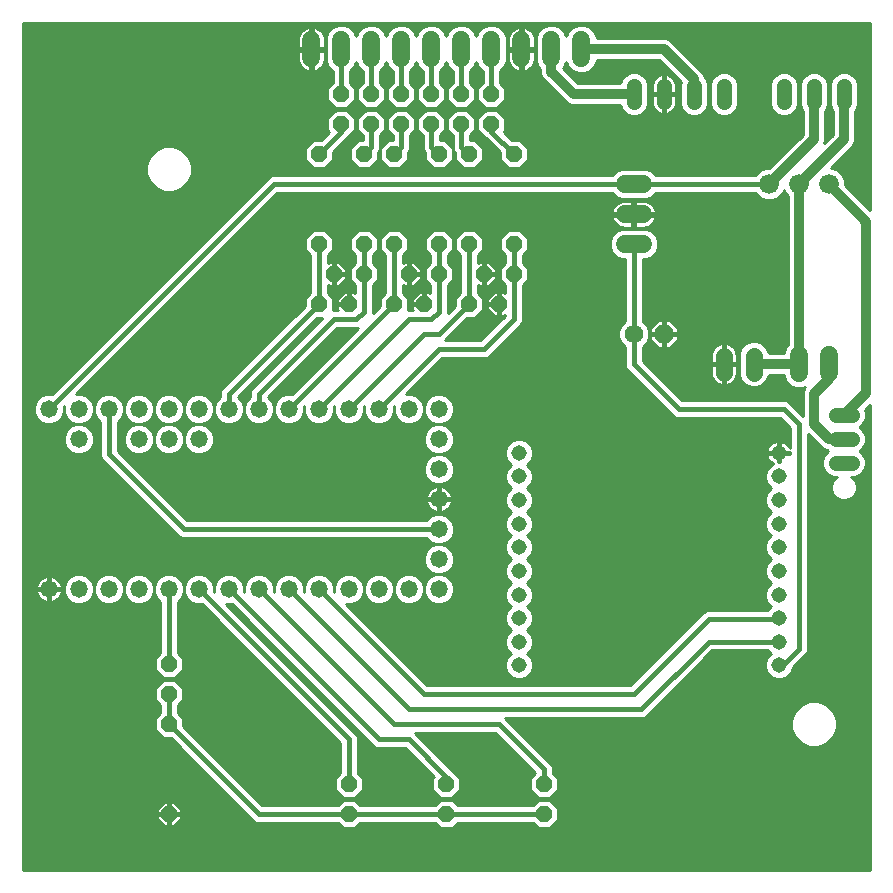
<source format=gbl>
G75*
G70*
%OFA0B0*%
%FSLAX24Y24*%
%IPPOS*%
%LPD*%
%AMOC8*
5,1,8,0,0,1.08239X$1,22.5*
%
%ADD10C,0.0515*%
%ADD11C,0.0600*%
%ADD12C,0.0580*%
%ADD13C,0.0515*%
%ADD14OC8,0.0520*%
%ADD15OC8,0.0620*%
%ADD16C,0.0620*%
%ADD17C,0.0660*%
%ADD18C,0.0560*%
%ADD19C,0.0320*%
%ADD20C,0.0100*%
%ADD21C,0.0160*%
D10*
X027831Y026122D02*
X027831Y026637D01*
X028831Y026637D02*
X028831Y026122D01*
X029831Y026122D02*
X029831Y026637D01*
X030831Y026637D02*
X030831Y026122D01*
X032831Y026122D02*
X032831Y026637D01*
X033831Y026637D02*
X033831Y026122D01*
X034831Y026122D02*
X034831Y026637D01*
X035088Y015667D02*
X034573Y015667D01*
X034573Y014879D02*
X035088Y014879D01*
X035088Y014092D02*
X034573Y014092D01*
D11*
X034331Y017079D02*
X034331Y017679D01*
X033331Y017679D02*
X033331Y017079D01*
X028131Y021379D02*
X027531Y021379D01*
X027531Y022379D02*
X028131Y022379D01*
X028131Y023379D02*
X027531Y023379D01*
X026081Y027579D02*
X026081Y028179D01*
X025081Y028179D02*
X025081Y027579D01*
X024081Y027579D02*
X024081Y028179D01*
X023081Y028179D02*
X023081Y027579D01*
X022081Y027579D02*
X022081Y028179D01*
X021081Y028179D02*
X021081Y027579D01*
X020081Y027579D02*
X020081Y028179D01*
X019081Y028179D02*
X019081Y027579D01*
X018081Y027579D02*
X018081Y028179D01*
X017081Y028179D02*
X017081Y027579D01*
D12*
X017331Y015879D03*
X018331Y015879D03*
X019331Y015879D03*
X020331Y015879D03*
X021331Y015879D03*
X021331Y014879D03*
X021331Y013879D03*
X021331Y012879D03*
X021331Y011879D03*
X021331Y010879D03*
X021331Y009879D03*
X020331Y009879D03*
X019331Y009879D03*
X018331Y009879D03*
X017331Y009879D03*
X016331Y009879D03*
X015331Y009879D03*
X014331Y009879D03*
X013331Y009879D03*
X012331Y009879D03*
X011331Y009879D03*
X010331Y009879D03*
X009331Y009879D03*
X008331Y009879D03*
X009331Y014879D03*
X009331Y015879D03*
X008331Y015879D03*
X010331Y015879D03*
X011331Y015879D03*
X012331Y015879D03*
X012331Y014879D03*
X011331Y014879D03*
X013331Y014879D03*
X013331Y015879D03*
X014331Y015879D03*
X015331Y015879D03*
X016331Y015879D03*
D13*
X024000Y014422D03*
X024000Y013635D03*
X024000Y012848D03*
X024000Y012060D03*
X024000Y011273D03*
X024000Y010485D03*
X024000Y009698D03*
X024000Y008911D03*
X024000Y008123D03*
X024000Y007336D03*
X032662Y007336D03*
X032662Y008123D03*
X032662Y008911D03*
X032662Y009698D03*
X032662Y010485D03*
X032662Y011273D03*
X032662Y012060D03*
X032662Y012848D03*
X032662Y013635D03*
X032662Y014422D03*
D14*
X023831Y020379D03*
X022831Y020379D03*
X023331Y019379D03*
X022331Y019379D03*
X021331Y020379D03*
X020331Y020379D03*
X020831Y019379D03*
X019831Y019379D03*
X018831Y020379D03*
X017831Y020379D03*
X018331Y019379D03*
X017331Y019379D03*
X017331Y021379D03*
X018831Y021379D03*
X019831Y021379D03*
X021331Y021379D03*
X022331Y021379D03*
X023831Y021379D03*
X023831Y024379D03*
X023081Y025379D03*
X022081Y025379D03*
X021081Y025379D03*
X020081Y025379D03*
X019081Y025379D03*
X018081Y025379D03*
X018081Y026379D03*
X019081Y026379D03*
X020081Y026379D03*
X021081Y026379D03*
X022081Y026379D03*
X023081Y026379D03*
X022331Y024379D03*
X021331Y024379D03*
X019831Y024379D03*
X018831Y024379D03*
X017331Y024379D03*
X012331Y007379D03*
X012331Y006379D03*
X012331Y005379D03*
X012331Y002379D03*
X018331Y002379D03*
X018331Y003379D03*
X021581Y003379D03*
X021581Y002379D03*
X024831Y002379D03*
X024831Y003379D03*
D15*
X028831Y018379D03*
D16*
X027831Y018379D03*
D17*
X032331Y023379D03*
X033331Y023379D03*
X034331Y023379D03*
D18*
X031831Y017659D02*
X031831Y017099D01*
X030831Y017099D02*
X030831Y017659D01*
D19*
X031831Y017379D02*
X033331Y017379D01*
X033331Y023379D01*
X034831Y024879D01*
X034831Y026379D01*
X033831Y026379D02*
X033831Y024879D01*
X032331Y023379D01*
X034331Y023379D02*
X035581Y022129D01*
X035581Y016417D01*
X034831Y015667D01*
X034831Y014879D02*
X034331Y014879D01*
X033831Y015379D01*
X033831Y016379D01*
X034331Y016879D01*
X034331Y017379D01*
X029831Y026379D02*
X029831Y026879D01*
X028831Y027879D01*
X026081Y027879D01*
X025081Y027879D02*
X025081Y027129D01*
X025831Y026379D01*
X027831Y026379D01*
D20*
X007461Y028749D02*
X007461Y000509D01*
X035701Y000509D01*
X035701Y016013D01*
X035524Y015836D01*
X035556Y015760D01*
X035556Y015574D01*
X035485Y015402D01*
X035356Y015273D01*
X035485Y015144D01*
X035556Y014972D01*
X035556Y014786D01*
X035485Y014614D01*
X035356Y014485D01*
X035485Y014357D01*
X035556Y014185D01*
X035556Y013999D01*
X035485Y013827D01*
X035353Y013695D01*
X035181Y013624D01*
X035073Y013624D01*
X035192Y013506D01*
X035256Y013350D01*
X035256Y013180D01*
X035192Y013024D01*
X035072Y012904D01*
X034916Y012840D01*
X034746Y012840D01*
X034590Y012904D01*
X034470Y013024D01*
X034406Y013180D01*
X034406Y013350D01*
X034470Y013506D01*
X034589Y013624D01*
X034481Y013624D01*
X034309Y013695D01*
X034177Y013827D01*
X034106Y013999D01*
X034106Y014185D01*
X034177Y014357D01*
X034306Y014485D01*
X034282Y014509D01*
X034257Y014509D01*
X034121Y014565D01*
X034017Y014670D01*
X033621Y015066D01*
X033621Y007821D01*
X033577Y007715D01*
X033129Y007267D01*
X033129Y007243D01*
X033058Y007071D01*
X032926Y006940D01*
X032755Y006868D01*
X032569Y006868D01*
X032397Y006940D01*
X032265Y007071D01*
X032194Y007243D01*
X032194Y007429D01*
X032265Y007601D01*
X032394Y007730D01*
X032285Y007839D01*
X030451Y007839D01*
X028245Y005633D01*
X028139Y005589D01*
X023531Y005589D01*
X023577Y005543D01*
X023577Y005543D01*
X024995Y004125D01*
X024995Y004125D01*
X025077Y004043D01*
X025121Y003937D01*
X025121Y003754D01*
X025301Y003574D01*
X025301Y003184D01*
X025026Y002909D01*
X024636Y002909D01*
X024361Y003184D01*
X024361Y003574D01*
X024541Y003754D01*
X024541Y003759D01*
X023211Y005089D01*
X020531Y005089D01*
X021745Y003875D01*
X021771Y003849D01*
X021776Y003849D01*
X022051Y003574D01*
X022051Y003184D01*
X021776Y002909D01*
X021386Y002909D01*
X021111Y003184D01*
X021111Y003574D01*
X021169Y003631D01*
X020211Y004589D01*
X019273Y004589D01*
X019167Y004633D01*
X019085Y004715D01*
X019085Y004715D01*
X014421Y009379D01*
X014241Y009379D01*
X018495Y005125D01*
X018577Y005043D01*
X018621Y004937D01*
X018621Y003754D01*
X018801Y003574D01*
X018801Y003184D01*
X018526Y002909D01*
X018136Y002909D01*
X017861Y003184D01*
X017861Y003574D01*
X018041Y003754D01*
X018041Y004759D01*
X013421Y009379D01*
X013232Y009379D01*
X013048Y009455D01*
X012907Y009596D01*
X012831Y009780D01*
X012831Y009979D01*
X012755Y010162D01*
X012614Y010303D01*
X012430Y010379D01*
X012232Y010379D01*
X012048Y010303D01*
X011907Y010162D01*
X011831Y009979D01*
X011831Y009780D01*
X011907Y009596D01*
X012041Y009462D01*
X012041Y007754D01*
X011861Y007574D01*
X011861Y007184D01*
X012136Y006909D01*
X012526Y006909D01*
X012801Y007184D01*
X012801Y007574D01*
X012621Y007754D01*
X012621Y009462D01*
X012755Y009596D01*
X012831Y009780D01*
X012831Y009979D01*
X012907Y010162D01*
X013048Y010303D01*
X013232Y010379D01*
X013430Y010379D01*
X013614Y010303D01*
X013755Y010162D01*
X013831Y009979D01*
X013831Y009789D01*
X013831Y009789D01*
X013831Y009979D01*
X013907Y010162D01*
X014048Y010303D01*
X014232Y010379D01*
X014430Y010379D01*
X014614Y010303D01*
X014755Y010162D01*
X014831Y009979D01*
X014831Y009789D01*
X014831Y009789D01*
X014831Y009979D01*
X014907Y010162D01*
X015048Y010303D01*
X015232Y010379D01*
X015430Y010379D01*
X015614Y010303D01*
X015755Y010162D01*
X015831Y009979D01*
X015831Y009789D01*
X015831Y009789D01*
X015831Y009979D01*
X015907Y010162D01*
X016048Y010303D01*
X016232Y010379D01*
X016430Y010379D01*
X016614Y010303D01*
X016755Y010162D01*
X016831Y009979D01*
X016831Y009789D01*
X016831Y009789D01*
X016831Y009979D01*
X016907Y010162D01*
X017048Y010303D01*
X017232Y010379D01*
X017430Y010379D01*
X017614Y010303D01*
X017755Y010162D01*
X017831Y009979D01*
X017831Y009789D01*
X017831Y009789D01*
X017831Y009979D01*
X017907Y010162D01*
X018048Y010303D01*
X018232Y010379D01*
X018430Y010379D01*
X018614Y010303D01*
X018755Y010162D01*
X018831Y009979D01*
X018831Y009780D01*
X018907Y009596D01*
X019048Y009455D01*
X019232Y009379D01*
X019430Y009379D01*
X019614Y009455D01*
X019755Y009596D01*
X019831Y009780D01*
X019831Y009979D01*
X019755Y010162D01*
X019614Y010303D01*
X019430Y010379D01*
X019232Y010379D01*
X019048Y010303D01*
X018907Y010162D01*
X018831Y009979D01*
X018831Y009780D01*
X018755Y009596D01*
X018614Y009455D01*
X018430Y009379D01*
X018241Y009379D01*
X020951Y006669D01*
X027711Y006669D01*
X030085Y009043D01*
X030167Y009125D01*
X030273Y009169D01*
X032263Y009169D01*
X032265Y009175D01*
X032394Y009304D01*
X032265Y009433D01*
X032194Y009605D01*
X032194Y009791D01*
X032265Y009963D01*
X032394Y010092D01*
X032265Y010221D01*
X032194Y010392D01*
X032194Y010578D01*
X032265Y010750D01*
X032394Y010879D01*
X032265Y011008D01*
X032194Y011180D01*
X032194Y011366D01*
X032265Y011538D01*
X032394Y011667D01*
X032265Y011795D01*
X032194Y011967D01*
X032194Y012153D01*
X032265Y012325D01*
X032394Y012454D01*
X032265Y012583D01*
X032194Y012755D01*
X032194Y012941D01*
X032265Y013112D01*
X032394Y013241D01*
X032265Y013370D01*
X032194Y013542D01*
X032194Y013728D01*
X032265Y013900D01*
X032397Y014031D01*
X032471Y014062D01*
X032448Y014074D01*
X032396Y014112D01*
X032351Y014157D01*
X032313Y014209D01*
X032284Y014266D01*
X032264Y014327D01*
X032254Y014390D01*
X032254Y014394D01*
X032633Y014394D01*
X032633Y014451D01*
X032254Y014451D01*
X032254Y014455D01*
X032264Y014518D01*
X032284Y014579D01*
X032313Y014636D01*
X032351Y014688D01*
X032396Y014733D01*
X032448Y014771D01*
X032505Y014800D01*
X032566Y014820D01*
X032630Y014830D01*
X032633Y014830D01*
X032633Y014451D01*
X032690Y014451D01*
X032690Y014830D01*
X032694Y014830D01*
X032757Y014820D01*
X032818Y014800D01*
X032875Y014771D01*
X032927Y014733D01*
X032972Y014688D01*
X033010Y014636D01*
X033039Y014579D01*
X033041Y014574D01*
X033041Y015259D01*
X032711Y015589D01*
X029273Y015589D01*
X029167Y015633D01*
X029085Y015715D01*
X027585Y017215D01*
X027541Y017321D01*
X021183Y017321D01*
X021085Y017223D02*
X027582Y017223D01*
X027541Y017321D02*
X027541Y017936D01*
X027536Y017938D01*
X027390Y018085D01*
X027311Y018276D01*
X027311Y018483D01*
X027390Y018674D01*
X027536Y018820D01*
X027541Y018822D01*
X027541Y020869D01*
X027430Y020869D01*
X027242Y020947D01*
X027099Y021090D01*
X027021Y021278D01*
X027021Y021481D01*
X027099Y021668D01*
X027242Y021812D01*
X027430Y021889D01*
X028232Y021889D01*
X028420Y021812D01*
X028563Y021668D01*
X028641Y021481D01*
X028641Y021278D01*
X028563Y021090D01*
X028420Y020947D01*
X028232Y020869D01*
X028121Y020869D01*
X028121Y018822D01*
X028126Y018820D01*
X028272Y018674D01*
X028351Y018483D01*
X028351Y018276D01*
X028272Y018085D01*
X028126Y017938D01*
X028121Y017936D01*
X028121Y017499D01*
X029451Y016169D01*
X032889Y016169D01*
X032995Y016125D01*
X033461Y015659D01*
X033461Y016453D01*
X033517Y016589D01*
X033544Y016615D01*
X033432Y016569D01*
X033230Y016569D01*
X033042Y016647D01*
X032899Y016790D01*
X032821Y016978D01*
X032821Y017009D01*
X032321Y017009D01*
X032321Y017002D01*
X032246Y016822D01*
X032109Y016684D01*
X031928Y016609D01*
X031734Y016609D01*
X031553Y016684D01*
X031416Y016822D01*
X031341Y017002D01*
X031341Y017757D01*
X031416Y017937D01*
X031553Y018075D01*
X031734Y018149D01*
X031928Y018149D01*
X032109Y018075D01*
X032246Y017937D01*
X032321Y017757D01*
X032321Y017749D01*
X032821Y017749D01*
X032821Y017781D01*
X032899Y017968D01*
X032961Y018030D01*
X032961Y022985D01*
X032873Y023073D01*
X032831Y023175D01*
X032789Y023073D01*
X032637Y022921D01*
X032438Y022839D01*
X032224Y022839D01*
X032025Y022921D01*
X031873Y023073D01*
X031867Y023089D01*
X028562Y023089D01*
X028420Y022947D01*
X028232Y022869D01*
X027430Y022869D01*
X027242Y022947D01*
X027100Y023089D01*
X015951Y023089D01*
X009241Y016379D01*
X009430Y016379D01*
X009614Y016303D01*
X009755Y016162D01*
X009831Y015979D01*
X009831Y015780D01*
X009907Y015596D01*
X010041Y015462D01*
X010041Y014321D01*
X010085Y014215D01*
X012585Y011715D01*
X012667Y011633D01*
X012773Y011589D01*
X020914Y011589D01*
X021048Y011455D01*
X021232Y011379D01*
X021430Y011379D01*
X021232Y011379D01*
X021048Y011303D01*
X020907Y011162D01*
X020831Y010979D01*
X020831Y010780D01*
X020907Y010596D01*
X021048Y010455D01*
X021232Y010379D01*
X021048Y010303D01*
X020907Y010162D01*
X020831Y009979D01*
X020755Y010162D01*
X020614Y010303D01*
X020430Y010379D01*
X020232Y010379D01*
X020048Y010303D01*
X019907Y010162D01*
X019831Y009979D01*
X019831Y009780D01*
X019907Y009596D01*
X020048Y009455D01*
X020232Y009379D01*
X020430Y009379D01*
X020614Y009455D01*
X020755Y009596D01*
X020831Y009780D01*
X020831Y009979D01*
X020831Y009780D01*
X020907Y009596D01*
X021048Y009455D01*
X021232Y009379D01*
X021430Y009379D01*
X021614Y009455D01*
X021755Y009596D01*
X021831Y009780D01*
X021831Y009979D01*
X021755Y010162D01*
X021614Y010303D01*
X021430Y010379D01*
X021232Y010379D01*
X021430Y010379D01*
X021614Y010455D01*
X021755Y010596D01*
X021831Y010780D01*
X021831Y010979D01*
X021755Y011162D01*
X021614Y011303D01*
X021430Y011379D01*
X021614Y011455D01*
X021755Y011596D01*
X021831Y011780D01*
X021831Y011979D01*
X021755Y012162D01*
X021614Y012303D01*
X021430Y012379D01*
X021232Y012379D01*
X021048Y012303D01*
X020914Y012169D01*
X012951Y012169D01*
X010621Y014499D01*
X010621Y015462D01*
X010755Y015596D01*
X010831Y015780D01*
X010831Y015979D01*
X010755Y016162D01*
X010614Y016303D01*
X010430Y016379D01*
X010232Y016379D01*
X010048Y016303D01*
X009907Y016162D01*
X009831Y015979D01*
X009831Y015780D01*
X009755Y015596D01*
X009614Y015455D01*
X009430Y015379D01*
X009232Y015379D01*
X009048Y015303D01*
X008907Y015162D01*
X008831Y014979D01*
X008831Y014780D01*
X008907Y014596D01*
X009048Y014455D01*
X009232Y014379D01*
X009430Y014379D01*
X009614Y014455D01*
X009755Y014596D01*
X009831Y014780D01*
X009831Y014979D01*
X009755Y015162D01*
X009614Y015303D01*
X009430Y015379D01*
X009232Y015379D01*
X009048Y015455D01*
X008907Y015596D01*
X008831Y015780D01*
X008831Y015969D01*
X008831Y015969D01*
X008831Y015780D01*
X008755Y015596D01*
X008614Y015455D01*
X008430Y015379D01*
X008232Y015379D01*
X008048Y015455D01*
X007907Y015596D01*
X007831Y015780D01*
X007831Y015979D01*
X007907Y016162D01*
X008048Y016303D01*
X008232Y016379D01*
X008421Y016379D01*
X015667Y023625D01*
X013048Y023625D01*
X013008Y023527D02*
X015568Y023527D01*
X015667Y023625D02*
X015773Y023669D01*
X027100Y023669D01*
X027242Y023812D01*
X027430Y023889D01*
X028232Y023889D01*
X028420Y023812D01*
X028562Y023669D01*
X031867Y023669D01*
X031873Y023685D01*
X032025Y023837D01*
X032224Y023919D01*
X032348Y023919D01*
X033461Y025032D01*
X033461Y025831D01*
X033435Y025857D01*
X033363Y026029D01*
X033363Y026730D01*
X033435Y026901D01*
X033566Y027033D01*
X033738Y027104D01*
X033924Y027104D01*
X034096Y027033D01*
X034227Y026901D01*
X034298Y026730D01*
X034298Y026029D01*
X034227Y025857D01*
X034201Y025831D01*
X034201Y024806D01*
X034178Y024749D01*
X034461Y025032D01*
X034461Y025831D01*
X034435Y025857D01*
X034363Y026029D01*
X034363Y026730D01*
X034435Y026901D01*
X034566Y027033D01*
X034738Y027104D01*
X034924Y027104D01*
X035096Y027033D01*
X035227Y026901D01*
X035298Y026730D01*
X035298Y026029D01*
X035227Y025857D01*
X035201Y025831D01*
X035201Y024806D01*
X035145Y024670D01*
X035041Y024565D01*
X034394Y023919D01*
X034438Y023919D01*
X034637Y023837D01*
X034789Y023685D01*
X034871Y023487D01*
X034871Y023362D01*
X035701Y022532D01*
X035701Y028749D01*
X007461Y028749D01*
X007461Y028747D02*
X035701Y028747D01*
X035701Y028649D02*
X026280Y028649D01*
X026370Y028612D02*
X026182Y028689D01*
X025980Y028689D01*
X025792Y028612D01*
X025649Y028468D01*
X025581Y028305D01*
X025513Y028468D01*
X025370Y028612D01*
X025182Y028689D01*
X024980Y028689D01*
X024792Y028612D01*
X024649Y028468D01*
X024571Y028281D01*
X024571Y027478D01*
X024649Y027290D01*
X024711Y027228D01*
X024711Y027056D01*
X024767Y026920D01*
X024871Y026815D01*
X025621Y026065D01*
X025757Y026009D01*
X027372Y026009D01*
X027435Y025857D01*
X027566Y025725D01*
X027738Y025654D01*
X027924Y025654D01*
X028096Y025725D01*
X028227Y025857D01*
X028298Y026029D01*
X028298Y026730D01*
X028227Y026901D01*
X028096Y027033D01*
X027924Y027104D01*
X027738Y027104D01*
X027566Y027033D01*
X027435Y026901D01*
X027372Y026749D01*
X025984Y026749D01*
X025478Y027255D01*
X025513Y027290D01*
X025581Y027454D01*
X025649Y027290D01*
X025792Y027147D01*
X025980Y027069D01*
X026182Y027069D01*
X026370Y027147D01*
X026513Y027290D01*
X026591Y027478D01*
X026591Y027509D01*
X028678Y027509D01*
X029391Y026796D01*
X029363Y026730D01*
X029363Y026029D01*
X029435Y025857D01*
X029566Y025725D01*
X029738Y025654D01*
X029924Y025654D01*
X030096Y025725D01*
X030227Y025857D01*
X030298Y026029D01*
X030298Y026730D01*
X030227Y026901D01*
X030201Y026928D01*
X030201Y026953D01*
X030145Y027089D01*
X029145Y028089D01*
X029041Y028193D01*
X028905Y028249D01*
X026591Y028249D01*
X026591Y028281D01*
X026513Y028468D01*
X026370Y028612D01*
X026431Y028550D02*
X035701Y028550D01*
X035701Y028452D02*
X026520Y028452D01*
X026561Y028353D02*
X035701Y028353D01*
X035701Y028255D02*
X026591Y028255D01*
X026586Y027467D02*
X028720Y027467D01*
X028819Y027368D02*
X026546Y027368D01*
X026493Y027270D02*
X028917Y027270D01*
X029016Y027171D02*
X026394Y027171D01*
X026191Y027073D02*
X027662Y027073D01*
X027507Y026974D02*
X025759Y026974D01*
X025858Y026876D02*
X027424Y026876D01*
X027383Y026777D02*
X025956Y026777D01*
X025971Y027073D02*
X025661Y027073D01*
X025562Y027171D02*
X025768Y027171D01*
X025669Y027270D02*
X025493Y027270D01*
X025546Y027368D02*
X025616Y027368D01*
X025008Y026679D02*
X023446Y026679D01*
X023371Y026754D02*
X023371Y027148D01*
X023513Y027290D01*
X023591Y027478D01*
X023591Y028281D01*
X023513Y028468D01*
X023370Y028612D01*
X023182Y028689D01*
X022980Y028689D01*
X022792Y028612D01*
X022649Y028468D01*
X022581Y028305D01*
X022513Y028468D01*
X022370Y028612D01*
X022182Y028689D01*
X021980Y028689D01*
X021792Y028612D01*
X021649Y028468D01*
X021581Y028305D01*
X021513Y028468D01*
X021370Y028612D01*
X021182Y028689D01*
X020980Y028689D01*
X020792Y028612D01*
X020649Y028468D01*
X020581Y028305D01*
X020513Y028468D01*
X020370Y028612D01*
X020182Y028689D01*
X019980Y028689D01*
X019792Y028612D01*
X019649Y028468D01*
X019581Y028305D01*
X019513Y028468D01*
X019370Y028612D01*
X019182Y028689D01*
X018980Y028689D01*
X018792Y028612D01*
X018649Y028468D01*
X018581Y028305D01*
X018513Y028468D01*
X018370Y028612D01*
X018182Y028689D01*
X017980Y028689D01*
X017792Y028612D01*
X017649Y028468D01*
X017571Y028281D01*
X017571Y027478D01*
X017649Y027290D01*
X017791Y027148D01*
X017791Y026754D01*
X017611Y026574D01*
X017611Y026184D01*
X017886Y025909D01*
X018276Y025909D01*
X018551Y026184D01*
X018551Y026574D01*
X018371Y026754D01*
X018371Y027148D01*
X018513Y027290D01*
X018581Y027454D01*
X018649Y027290D01*
X018791Y027148D01*
X018791Y026754D01*
X018611Y026574D01*
X018611Y026184D01*
X018886Y025909D01*
X019276Y025909D01*
X019551Y026184D01*
X019551Y026574D01*
X019371Y026754D01*
X019371Y027148D01*
X019513Y027290D01*
X019581Y027454D01*
X019649Y027290D01*
X019791Y027148D01*
X019791Y026754D01*
X019611Y026574D01*
X019611Y026184D01*
X019886Y025909D01*
X020276Y025909D01*
X020551Y026184D01*
X020551Y026574D01*
X020371Y026754D01*
X020371Y027148D01*
X020513Y027290D01*
X020581Y027454D01*
X020649Y027290D01*
X020791Y027148D01*
X020791Y026754D01*
X020611Y026574D01*
X020611Y026184D01*
X020886Y025909D01*
X021276Y025909D01*
X021551Y026184D01*
X021551Y026574D01*
X021371Y026754D01*
X021371Y027148D01*
X021513Y027290D01*
X021581Y027454D01*
X021649Y027290D01*
X021791Y027148D01*
X021791Y026754D01*
X021611Y026574D01*
X021611Y026184D01*
X021886Y025909D01*
X022276Y025909D01*
X022551Y026184D01*
X022551Y026574D01*
X022371Y026754D01*
X022371Y027148D01*
X022513Y027290D01*
X022581Y027454D01*
X022649Y027290D01*
X022791Y027148D01*
X022791Y026754D01*
X022611Y026574D01*
X022611Y026184D01*
X022886Y025909D01*
X023276Y025909D01*
X023551Y026184D01*
X023551Y026574D01*
X023371Y026754D01*
X023371Y026777D02*
X024910Y026777D01*
X024811Y026876D02*
X023371Y026876D01*
X023371Y026974D02*
X024745Y026974D01*
X024711Y027073D02*
X023371Y027073D01*
X023394Y027171D02*
X023890Y027171D01*
X023908Y027162D02*
X023976Y027140D01*
X024031Y027131D01*
X024031Y027829D01*
X024131Y027829D01*
X024131Y027131D01*
X024186Y027140D01*
X024254Y027162D01*
X024317Y027194D01*
X024374Y027236D01*
X024424Y027286D01*
X024466Y027343D01*
X024498Y027406D01*
X024520Y027474D01*
X024531Y027544D01*
X024531Y027829D01*
X024131Y027829D01*
X024131Y027929D01*
X024531Y027929D01*
X024531Y028215D01*
X024520Y028285D01*
X024498Y028352D01*
X024466Y028415D01*
X024424Y028472D01*
X024374Y028522D01*
X024317Y028564D01*
X024254Y028596D01*
X024186Y028618D01*
X024131Y028627D01*
X024131Y027929D01*
X024031Y027929D01*
X024031Y027829D01*
X023631Y027829D01*
X023631Y027544D01*
X023642Y027474D01*
X023664Y027406D01*
X023696Y027343D01*
X023738Y027286D01*
X023788Y027236D01*
X023845Y027194D01*
X023908Y027162D01*
X024031Y027171D02*
X024131Y027171D01*
X024131Y027270D02*
X024031Y027270D01*
X024031Y027368D02*
X024131Y027368D01*
X024131Y027467D02*
X024031Y027467D01*
X024031Y027565D02*
X024131Y027565D01*
X024131Y027664D02*
X024031Y027664D01*
X024031Y027762D02*
X024131Y027762D01*
X024131Y027861D02*
X024571Y027861D01*
X024571Y027959D02*
X024531Y027959D01*
X024531Y028058D02*
X024571Y028058D01*
X024571Y028156D02*
X024531Y028156D01*
X024525Y028255D02*
X024571Y028255D01*
X024601Y028353D02*
X024497Y028353D01*
X024439Y028452D02*
X024642Y028452D01*
X024731Y028550D02*
X024336Y028550D01*
X024131Y028550D02*
X024031Y028550D01*
X024031Y028627D02*
X023976Y028618D01*
X023908Y028596D01*
X023845Y028564D01*
X023788Y028522D01*
X023738Y028472D01*
X023696Y028415D01*
X023664Y028352D01*
X023642Y028285D01*
X023631Y028215D01*
X023631Y027929D01*
X024031Y027929D01*
X024031Y028627D01*
X024031Y028452D02*
X024131Y028452D01*
X024131Y028353D02*
X024031Y028353D01*
X024031Y028255D02*
X024131Y028255D01*
X024131Y028156D02*
X024031Y028156D01*
X024031Y028058D02*
X024131Y028058D01*
X024131Y027959D02*
X024031Y027959D01*
X024031Y027861D02*
X023591Y027861D01*
X023591Y027959D02*
X023631Y027959D01*
X023631Y028058D02*
X023591Y028058D01*
X023591Y028156D02*
X023631Y028156D01*
X023637Y028255D02*
X023591Y028255D01*
X023561Y028353D02*
X023665Y028353D01*
X023723Y028452D02*
X023520Y028452D01*
X023431Y028550D02*
X023826Y028550D01*
X023280Y028649D02*
X024882Y028649D01*
X025280Y028649D02*
X025882Y028649D01*
X025731Y028550D02*
X025431Y028550D01*
X025520Y028452D02*
X025642Y028452D01*
X025601Y028353D02*
X025561Y028353D01*
X024571Y027762D02*
X024531Y027762D01*
X024531Y027664D02*
X024571Y027664D01*
X024571Y027565D02*
X024531Y027565D01*
X024518Y027467D02*
X024576Y027467D01*
X024616Y027368D02*
X024479Y027368D01*
X024408Y027270D02*
X024669Y027270D01*
X024711Y027171D02*
X024272Y027171D01*
X023754Y027270D02*
X023493Y027270D01*
X023546Y027368D02*
X023683Y027368D01*
X023644Y027467D02*
X023586Y027467D01*
X023591Y027565D02*
X023631Y027565D01*
X023631Y027664D02*
X023591Y027664D01*
X023591Y027762D02*
X023631Y027762D01*
X022882Y028649D02*
X022280Y028649D01*
X022431Y028550D02*
X022731Y028550D01*
X022642Y028452D02*
X022520Y028452D01*
X022561Y028353D02*
X022601Y028353D01*
X021882Y028649D02*
X021280Y028649D01*
X021431Y028550D02*
X021731Y028550D01*
X021642Y028452D02*
X021520Y028452D01*
X021561Y028353D02*
X021601Y028353D01*
X020882Y028649D02*
X020280Y028649D01*
X020431Y028550D02*
X020731Y028550D01*
X020642Y028452D02*
X020520Y028452D01*
X020561Y028353D02*
X020601Y028353D01*
X019882Y028649D02*
X019280Y028649D01*
X019431Y028550D02*
X019731Y028550D01*
X019642Y028452D02*
X019520Y028452D01*
X019561Y028353D02*
X019601Y028353D01*
X018882Y028649D02*
X018280Y028649D01*
X018431Y028550D02*
X018731Y028550D01*
X018642Y028452D02*
X018520Y028452D01*
X018561Y028353D02*
X018601Y028353D01*
X017882Y028649D02*
X007461Y028649D01*
X007461Y028550D02*
X016826Y028550D01*
X016845Y028564D02*
X016788Y028522D01*
X016738Y028472D01*
X016696Y028415D01*
X016664Y028352D01*
X016642Y028285D01*
X016631Y028215D01*
X016631Y027929D01*
X017031Y027929D01*
X017031Y027829D01*
X017131Y027829D01*
X017131Y027131D01*
X017186Y027140D01*
X017254Y027162D01*
X017317Y027194D01*
X017374Y027236D01*
X017424Y027286D01*
X017466Y027343D01*
X017498Y027406D01*
X017520Y027474D01*
X017531Y027544D01*
X017531Y027829D01*
X017131Y027829D01*
X017131Y027929D01*
X017531Y027929D01*
X017531Y028215D01*
X017520Y028285D01*
X017498Y028352D01*
X017466Y028415D01*
X017424Y028472D01*
X017374Y028522D01*
X017317Y028564D01*
X017254Y028596D01*
X017186Y028618D01*
X017131Y028627D01*
X017131Y027929D01*
X017031Y027929D01*
X017031Y028627D01*
X016976Y028618D01*
X016908Y028596D01*
X016845Y028564D01*
X016723Y028452D02*
X007461Y028452D01*
X007461Y028353D02*
X016665Y028353D01*
X016637Y028255D02*
X007461Y028255D01*
X007461Y028156D02*
X016631Y028156D01*
X016631Y028058D02*
X007461Y028058D01*
X007461Y027959D02*
X016631Y027959D01*
X016631Y027829D02*
X016631Y027544D01*
X016642Y027474D01*
X016664Y027406D01*
X016696Y027343D01*
X016738Y027286D01*
X016788Y027236D01*
X016845Y027194D01*
X016908Y027162D01*
X016976Y027140D01*
X017031Y027131D01*
X017031Y027829D01*
X016631Y027829D01*
X016631Y027762D02*
X007461Y027762D01*
X007461Y027664D02*
X016631Y027664D01*
X016631Y027565D02*
X007461Y027565D01*
X007461Y027467D02*
X016644Y027467D01*
X016683Y027368D02*
X007461Y027368D01*
X007461Y027270D02*
X016754Y027270D01*
X016890Y027171D02*
X007461Y027171D01*
X007461Y027073D02*
X017791Y027073D01*
X017791Y026974D02*
X007461Y026974D01*
X007461Y026876D02*
X017791Y026876D01*
X017791Y026777D02*
X007461Y026777D01*
X007461Y026679D02*
X017716Y026679D01*
X017617Y026580D02*
X007461Y026580D01*
X007461Y026482D02*
X017611Y026482D01*
X017611Y026383D02*
X007461Y026383D01*
X007461Y026285D02*
X017611Y026285D01*
X017611Y026186D02*
X007461Y026186D01*
X007461Y026088D02*
X017708Y026088D01*
X017806Y025989D02*
X007461Y025989D01*
X007461Y025891D02*
X027421Y025891D01*
X027380Y025989D02*
X023356Y025989D01*
X023454Y026088D02*
X025599Y026088D01*
X025501Y026186D02*
X023551Y026186D01*
X023551Y026285D02*
X025402Y026285D01*
X025304Y026383D02*
X023551Y026383D01*
X023551Y026482D02*
X025205Y026482D01*
X025107Y026580D02*
X023545Y026580D01*
X023276Y025849D02*
X022886Y025849D01*
X022611Y025574D01*
X022611Y025184D01*
X022886Y024909D01*
X022891Y024909D01*
X023361Y024439D01*
X023361Y024184D01*
X023636Y023909D01*
X024026Y023909D01*
X024301Y024184D01*
X024301Y024574D01*
X024026Y024849D01*
X023771Y024849D01*
X023493Y025127D01*
X023551Y025184D01*
X023551Y025574D01*
X023276Y025849D01*
X023333Y025792D02*
X027499Y025792D01*
X027643Y025694D02*
X023431Y025694D01*
X023530Y025595D02*
X033461Y025595D01*
X033461Y025497D02*
X023551Y025497D01*
X023551Y025398D02*
X033461Y025398D01*
X033461Y025300D02*
X023551Y025300D01*
X023551Y025201D02*
X033461Y025201D01*
X033461Y025103D02*
X023518Y025103D01*
X023616Y025004D02*
X033433Y025004D01*
X033334Y024906D02*
X023715Y024906D01*
X024068Y024807D02*
X033236Y024807D01*
X033137Y024709D02*
X024166Y024709D01*
X024265Y024610D02*
X033039Y024610D01*
X032940Y024512D02*
X024301Y024512D01*
X024301Y024413D02*
X032842Y024413D01*
X032743Y024315D02*
X024301Y024315D01*
X024301Y024216D02*
X032645Y024216D01*
X032546Y024118D02*
X024234Y024118D01*
X024136Y024019D02*
X032448Y024019D01*
X032349Y023921D02*
X024037Y023921D01*
X023625Y023921D02*
X022537Y023921D01*
X022526Y023909D02*
X022801Y024184D01*
X022801Y024574D01*
X022526Y024849D01*
X022371Y024849D01*
X022371Y025004D01*
X022791Y025004D01*
X022693Y025103D02*
X022469Y025103D01*
X022551Y025184D02*
X022551Y025574D01*
X022276Y025849D01*
X021886Y025849D01*
X021611Y025574D01*
X021611Y025184D01*
X021791Y025004D01*
X021371Y025004D01*
X021551Y025184D01*
X021551Y025574D01*
X021276Y025849D01*
X020886Y025849D01*
X020611Y025574D01*
X020611Y025184D01*
X020791Y025004D01*
X020371Y025004D01*
X020551Y025184D01*
X020551Y025574D01*
X020276Y025849D01*
X019886Y025849D01*
X019611Y025574D01*
X019611Y025184D01*
X019791Y025004D01*
X019371Y025004D01*
X019551Y025184D01*
X019551Y025574D01*
X019276Y025849D01*
X018886Y025849D01*
X018611Y025574D01*
X018611Y025184D01*
X018791Y025004D01*
X018371Y025004D01*
X018276Y024909D02*
X018551Y025184D01*
X018551Y025574D01*
X018276Y025849D01*
X017886Y025849D01*
X017611Y025574D01*
X017611Y025184D01*
X017669Y025127D01*
X017391Y024849D01*
X017136Y024849D01*
X016861Y024574D01*
X016861Y024184D01*
X017136Y023909D01*
X017526Y023909D01*
X017801Y024184D01*
X017801Y024439D01*
X018271Y024909D01*
X018276Y024909D01*
X018268Y024906D02*
X018791Y024906D01*
X018791Y024849D02*
X018636Y024849D01*
X018361Y024574D01*
X018361Y024184D01*
X018636Y023909D01*
X019026Y023909D01*
X019301Y024184D01*
X019301Y024439D01*
X019327Y024465D01*
X019361Y024547D01*
X019361Y024184D01*
X019636Y023909D01*
X020026Y023909D01*
X020301Y024184D01*
X020301Y024439D01*
X020327Y024465D01*
X020371Y024571D01*
X020371Y025004D01*
X020371Y024906D02*
X020791Y024906D01*
X020791Y025004D02*
X020791Y024571D01*
X020835Y024465D01*
X020861Y024439D01*
X020861Y024184D01*
X021136Y023909D01*
X021526Y023909D01*
X021801Y024184D01*
X021801Y024547D01*
X021835Y024465D01*
X021861Y024439D01*
X021861Y024184D01*
X022136Y023909D01*
X022526Y023909D01*
X022636Y024019D02*
X023526Y024019D01*
X023428Y024118D02*
X022734Y024118D01*
X022801Y024216D02*
X023361Y024216D01*
X023361Y024315D02*
X022801Y024315D01*
X022801Y024413D02*
X023361Y024413D01*
X023288Y024512D02*
X022801Y024512D01*
X022765Y024610D02*
X023190Y024610D01*
X023091Y024709D02*
X022666Y024709D01*
X022568Y024807D02*
X022993Y024807D01*
X022894Y024906D02*
X022371Y024906D01*
X022371Y025004D02*
X022551Y025184D01*
X022551Y025201D02*
X022611Y025201D01*
X022611Y025300D02*
X022551Y025300D01*
X022551Y025398D02*
X022611Y025398D01*
X022611Y025497D02*
X022551Y025497D01*
X022530Y025595D02*
X022632Y025595D01*
X022731Y025694D02*
X022431Y025694D01*
X022333Y025792D02*
X022829Y025792D01*
X022806Y025989D02*
X022356Y025989D01*
X022454Y026088D02*
X022708Y026088D01*
X022611Y026186D02*
X022551Y026186D01*
X022551Y026285D02*
X022611Y026285D01*
X022611Y026383D02*
X022551Y026383D01*
X022551Y026482D02*
X022611Y026482D01*
X022617Y026580D02*
X022545Y026580D01*
X022446Y026679D02*
X022716Y026679D01*
X022791Y026777D02*
X022371Y026777D01*
X022371Y026876D02*
X022791Y026876D01*
X022791Y026974D02*
X022371Y026974D01*
X022371Y027073D02*
X022791Y027073D01*
X022768Y027171D02*
X022394Y027171D01*
X022493Y027270D02*
X022669Y027270D01*
X022616Y027368D02*
X022546Y027368D01*
X021768Y027171D02*
X021394Y027171D01*
X021371Y027073D02*
X021791Y027073D01*
X021791Y026974D02*
X021371Y026974D01*
X021371Y026876D02*
X021791Y026876D01*
X021791Y026777D02*
X021371Y026777D01*
X021446Y026679D02*
X021716Y026679D01*
X021617Y026580D02*
X021545Y026580D01*
X021551Y026482D02*
X021611Y026482D01*
X021611Y026383D02*
X021551Y026383D01*
X021551Y026285D02*
X021611Y026285D01*
X021611Y026186D02*
X021551Y026186D01*
X021454Y026088D02*
X021708Y026088D01*
X021806Y025989D02*
X021356Y025989D01*
X021333Y025792D02*
X021829Y025792D01*
X021731Y025694D02*
X021431Y025694D01*
X021530Y025595D02*
X021632Y025595D01*
X021611Y025497D02*
X021551Y025497D01*
X021551Y025398D02*
X021611Y025398D01*
X021611Y025300D02*
X021551Y025300D01*
X021551Y025201D02*
X021611Y025201D01*
X021693Y025103D02*
X021469Y025103D01*
X021371Y025004D02*
X021371Y024849D01*
X021526Y024849D01*
X021791Y024584D01*
X021791Y025004D01*
X021791Y024906D02*
X021371Y024906D01*
X021568Y024807D02*
X021791Y024807D01*
X021791Y024709D02*
X021666Y024709D01*
X021765Y024610D02*
X021791Y024610D01*
X021801Y024512D02*
X021816Y024512D01*
X021801Y024413D02*
X021861Y024413D01*
X021861Y024315D02*
X021801Y024315D01*
X021801Y024216D02*
X021861Y024216D01*
X021928Y024118D02*
X021734Y024118D01*
X021636Y024019D02*
X022026Y024019D01*
X022125Y023921D02*
X021537Y023921D01*
X021125Y023921D02*
X020037Y023921D01*
X020136Y024019D02*
X021026Y024019D01*
X020928Y024118D02*
X020234Y024118D01*
X020301Y024216D02*
X020861Y024216D01*
X020861Y024315D02*
X020301Y024315D01*
X020301Y024413D02*
X020861Y024413D01*
X020816Y024512D02*
X020346Y024512D01*
X020371Y024610D02*
X020791Y024610D01*
X020791Y024709D02*
X020371Y024709D01*
X020371Y024807D02*
X020791Y024807D01*
X020693Y025103D02*
X020469Y025103D01*
X020551Y025201D02*
X020611Y025201D01*
X020611Y025300D02*
X020551Y025300D01*
X020551Y025398D02*
X020611Y025398D01*
X020611Y025497D02*
X020551Y025497D01*
X020530Y025595D02*
X020632Y025595D01*
X020731Y025694D02*
X020431Y025694D01*
X020333Y025792D02*
X020829Y025792D01*
X020806Y025989D02*
X020356Y025989D01*
X020454Y026088D02*
X020708Y026088D01*
X020611Y026186D02*
X020551Y026186D01*
X020551Y026285D02*
X020611Y026285D01*
X020611Y026383D02*
X020551Y026383D01*
X020551Y026482D02*
X020611Y026482D01*
X020617Y026580D02*
X020545Y026580D01*
X020446Y026679D02*
X020716Y026679D01*
X020791Y026777D02*
X020371Y026777D01*
X020371Y026876D02*
X020791Y026876D01*
X020791Y026974D02*
X020371Y026974D01*
X020371Y027073D02*
X020791Y027073D01*
X020768Y027171D02*
X020394Y027171D01*
X020493Y027270D02*
X020669Y027270D01*
X020616Y027368D02*
X020546Y027368D01*
X019768Y027171D02*
X019394Y027171D01*
X019371Y027073D02*
X019791Y027073D01*
X019791Y026974D02*
X019371Y026974D01*
X019371Y026876D02*
X019791Y026876D01*
X019791Y026777D02*
X019371Y026777D01*
X019446Y026679D02*
X019716Y026679D01*
X019617Y026580D02*
X019545Y026580D01*
X019551Y026482D02*
X019611Y026482D01*
X019611Y026383D02*
X019551Y026383D01*
X019551Y026285D02*
X019611Y026285D01*
X019611Y026186D02*
X019551Y026186D01*
X019454Y026088D02*
X019708Y026088D01*
X019806Y025989D02*
X019356Y025989D01*
X019333Y025792D02*
X019829Y025792D01*
X019731Y025694D02*
X019431Y025694D01*
X019530Y025595D02*
X019632Y025595D01*
X019611Y025497D02*
X019551Y025497D01*
X019551Y025398D02*
X019611Y025398D01*
X019611Y025300D02*
X019551Y025300D01*
X019551Y025201D02*
X019611Y025201D01*
X019693Y025103D02*
X019469Y025103D01*
X019371Y025004D02*
X019371Y024584D01*
X019636Y024849D01*
X019791Y024849D01*
X019791Y025004D01*
X019791Y024906D02*
X019371Y024906D01*
X019371Y024807D02*
X019594Y024807D01*
X019496Y024709D02*
X019371Y024709D01*
X019371Y024610D02*
X019397Y024610D01*
X019361Y024512D02*
X019346Y024512D01*
X019361Y024413D02*
X019301Y024413D01*
X019301Y024315D02*
X019361Y024315D01*
X019361Y024216D02*
X019301Y024216D01*
X019234Y024118D02*
X019428Y024118D01*
X019526Y024019D02*
X019136Y024019D01*
X019037Y023921D02*
X019625Y023921D01*
X018625Y023921D02*
X017537Y023921D01*
X017636Y024019D02*
X018526Y024019D01*
X018428Y024118D02*
X017734Y024118D01*
X017801Y024216D02*
X018361Y024216D01*
X018361Y024315D02*
X017801Y024315D01*
X017801Y024413D02*
X018361Y024413D01*
X018361Y024512D02*
X017874Y024512D01*
X017972Y024610D02*
X018397Y024610D01*
X018496Y024709D02*
X018071Y024709D01*
X018169Y024807D02*
X018594Y024807D01*
X018791Y024849D02*
X018791Y025004D01*
X018693Y025103D02*
X018469Y025103D01*
X018551Y025201D02*
X018611Y025201D01*
X018611Y025300D02*
X018551Y025300D01*
X018551Y025398D02*
X018611Y025398D01*
X018611Y025497D02*
X018551Y025497D01*
X018530Y025595D02*
X018632Y025595D01*
X018731Y025694D02*
X018431Y025694D01*
X018333Y025792D02*
X018829Y025792D01*
X018806Y025989D02*
X018356Y025989D01*
X018454Y026088D02*
X018708Y026088D01*
X018611Y026186D02*
X018551Y026186D01*
X018551Y026285D02*
X018611Y026285D01*
X018611Y026383D02*
X018551Y026383D01*
X018551Y026482D02*
X018611Y026482D01*
X018617Y026580D02*
X018545Y026580D01*
X018446Y026679D02*
X018716Y026679D01*
X018791Y026777D02*
X018371Y026777D01*
X018371Y026876D02*
X018791Y026876D01*
X018791Y026974D02*
X018371Y026974D01*
X018371Y027073D02*
X018791Y027073D01*
X018768Y027171D02*
X018394Y027171D01*
X018493Y027270D02*
X018669Y027270D01*
X018616Y027368D02*
X018546Y027368D01*
X017768Y027171D02*
X017272Y027171D01*
X017131Y027171D02*
X017031Y027171D01*
X017031Y027270D02*
X017131Y027270D01*
X017131Y027368D02*
X017031Y027368D01*
X017031Y027467D02*
X017131Y027467D01*
X017131Y027565D02*
X017031Y027565D01*
X017031Y027664D02*
X017131Y027664D01*
X017131Y027762D02*
X017031Y027762D01*
X017031Y027861D02*
X007461Y027861D01*
X007461Y025792D02*
X017829Y025792D01*
X017731Y025694D02*
X007461Y025694D01*
X007461Y025595D02*
X017632Y025595D01*
X017611Y025497D02*
X007461Y025497D01*
X007461Y025398D02*
X017611Y025398D01*
X017611Y025300D02*
X007461Y025300D01*
X007461Y025201D02*
X017611Y025201D01*
X017644Y025103D02*
X007461Y025103D01*
X007461Y025004D02*
X017546Y025004D01*
X017447Y024906D02*
X007461Y024906D01*
X007461Y024807D02*
X017094Y024807D01*
X016996Y024709D02*
X007461Y024709D01*
X007461Y024610D02*
X012110Y024610D01*
X012180Y024639D02*
X011901Y024523D01*
X011687Y024310D01*
X011571Y024030D01*
X011571Y023728D01*
X011687Y023449D01*
X011901Y023235D01*
X012180Y023119D01*
X012482Y023119D01*
X012761Y023235D01*
X012975Y023449D01*
X013091Y023728D01*
X013091Y024030D01*
X012975Y024310D01*
X012761Y024523D01*
X012482Y024639D01*
X012180Y024639D01*
X011889Y024512D02*
X007461Y024512D01*
X007461Y024413D02*
X011790Y024413D01*
X011692Y024315D02*
X007461Y024315D01*
X007461Y024216D02*
X011648Y024216D01*
X011607Y024118D02*
X007461Y024118D01*
X007461Y024019D02*
X011571Y024019D01*
X011571Y023921D02*
X007461Y023921D01*
X007461Y023822D02*
X011571Y023822D01*
X011573Y023724D02*
X007461Y023724D01*
X007461Y023625D02*
X011614Y023625D01*
X011654Y023527D02*
X007461Y023527D01*
X007461Y023428D02*
X011707Y023428D01*
X011806Y023330D02*
X007461Y023330D01*
X007461Y023231D02*
X011909Y023231D01*
X012147Y023133D02*
X007461Y023133D01*
X007461Y023034D02*
X015076Y023034D01*
X014977Y022936D02*
X007461Y022936D01*
X007461Y022837D02*
X014879Y022837D01*
X014780Y022739D02*
X007461Y022739D01*
X007461Y022640D02*
X014682Y022640D01*
X014583Y022542D02*
X007461Y022542D01*
X007461Y022443D02*
X014485Y022443D01*
X014386Y022345D02*
X007461Y022345D01*
X007461Y022246D02*
X014288Y022246D01*
X014189Y022148D02*
X007461Y022148D01*
X007461Y022049D02*
X014091Y022049D01*
X013992Y021951D02*
X007461Y021951D01*
X007461Y021852D02*
X013894Y021852D01*
X013795Y021754D02*
X007461Y021754D01*
X007461Y021655D02*
X013697Y021655D01*
X013598Y021557D02*
X007461Y021557D01*
X007461Y021458D02*
X013500Y021458D01*
X013401Y021360D02*
X007461Y021360D01*
X007461Y021261D02*
X013303Y021261D01*
X013204Y021163D02*
X007461Y021163D01*
X007461Y021064D02*
X013106Y021064D01*
X013007Y020966D02*
X007461Y020966D01*
X007461Y020867D02*
X012909Y020867D01*
X012810Y020769D02*
X007461Y020769D01*
X007461Y020670D02*
X012712Y020670D01*
X012613Y020572D02*
X007461Y020572D01*
X007461Y020473D02*
X012515Y020473D01*
X012416Y020375D02*
X007461Y020375D01*
X007461Y020276D02*
X012318Y020276D01*
X012219Y020178D02*
X007461Y020178D01*
X007461Y020079D02*
X012121Y020079D01*
X012022Y019981D02*
X007461Y019981D01*
X007461Y019882D02*
X011924Y019882D01*
X011825Y019784D02*
X007461Y019784D01*
X007461Y019685D02*
X011727Y019685D01*
X011628Y019587D02*
X007461Y019587D01*
X007461Y019488D02*
X011530Y019488D01*
X011431Y019390D02*
X007461Y019390D01*
X007461Y019291D02*
X011333Y019291D01*
X011234Y019193D02*
X007461Y019193D01*
X007461Y019094D02*
X011136Y019094D01*
X011037Y018996D02*
X007461Y018996D01*
X007461Y018897D02*
X010939Y018897D01*
X010840Y018799D02*
X007461Y018799D01*
X007461Y018700D02*
X010742Y018700D01*
X010643Y018602D02*
X007461Y018602D01*
X007461Y018503D02*
X010545Y018503D01*
X010446Y018405D02*
X007461Y018405D01*
X007461Y018306D02*
X010348Y018306D01*
X010249Y018208D02*
X007461Y018208D01*
X007461Y018109D02*
X010151Y018109D01*
X010052Y018011D02*
X007461Y018011D01*
X007461Y017912D02*
X009954Y017912D01*
X009855Y017814D02*
X007461Y017814D01*
X007461Y017715D02*
X009757Y017715D01*
X009658Y017617D02*
X007461Y017617D01*
X007461Y017518D02*
X009560Y017518D01*
X009461Y017420D02*
X007461Y017420D01*
X007461Y017321D02*
X009363Y017321D01*
X009264Y017223D02*
X007461Y017223D01*
X007461Y017124D02*
X009166Y017124D01*
X009067Y017026D02*
X007461Y017026D01*
X007461Y016927D02*
X008969Y016927D01*
X008870Y016829D02*
X007461Y016829D01*
X007461Y016730D02*
X008772Y016730D01*
X008673Y016632D02*
X007461Y016632D01*
X007461Y016533D02*
X008575Y016533D01*
X008476Y016435D02*
X007461Y016435D01*
X007461Y016336D02*
X008128Y016336D01*
X007982Y016238D02*
X007461Y016238D01*
X007461Y016139D02*
X007897Y016139D01*
X007857Y016041D02*
X007461Y016041D01*
X007461Y015942D02*
X007831Y015942D01*
X007831Y015844D02*
X007461Y015844D01*
X007461Y015745D02*
X007845Y015745D01*
X007886Y015647D02*
X007461Y015647D01*
X007461Y015548D02*
X007955Y015548D01*
X008061Y015450D02*
X007461Y015450D01*
X007461Y015351D02*
X009164Y015351D01*
X009061Y015450D02*
X008601Y015450D01*
X008707Y015548D02*
X008955Y015548D01*
X008886Y015647D02*
X008776Y015647D01*
X008817Y015745D02*
X008845Y015745D01*
X008831Y015844D02*
X008831Y015844D01*
X008831Y015942D02*
X008831Y015942D01*
X009297Y016435D02*
X014041Y016435D01*
X014041Y016437D02*
X014041Y016296D01*
X013907Y016162D01*
X013831Y015979D01*
X013755Y016162D01*
X013614Y016303D01*
X013430Y016379D01*
X013232Y016379D01*
X013048Y016303D01*
X012907Y016162D01*
X012831Y015979D01*
X012755Y016162D01*
X012614Y016303D01*
X012430Y016379D01*
X012232Y016379D01*
X012048Y016303D01*
X011907Y016162D01*
X011831Y015979D01*
X011755Y016162D01*
X011614Y016303D01*
X011430Y016379D01*
X011232Y016379D01*
X011048Y016303D01*
X010907Y016162D01*
X010831Y015979D01*
X010831Y015780D01*
X010907Y015596D01*
X011048Y015455D01*
X011232Y015379D01*
X011048Y015303D01*
X010907Y015162D01*
X010831Y014979D01*
X010831Y014780D01*
X010907Y014596D01*
X011048Y014455D01*
X011232Y014379D01*
X011430Y014379D01*
X011614Y014455D01*
X011755Y014596D01*
X011831Y014780D01*
X011907Y014596D01*
X012048Y014455D01*
X012232Y014379D01*
X012430Y014379D01*
X012614Y014455D01*
X012755Y014596D01*
X012831Y014780D01*
X012907Y014596D01*
X013048Y014455D01*
X013232Y014379D01*
X013430Y014379D01*
X013614Y014455D01*
X013755Y014596D01*
X013831Y014780D01*
X013831Y014979D01*
X013755Y015162D01*
X013614Y015303D01*
X013430Y015379D01*
X013232Y015379D01*
X013048Y015303D01*
X012907Y015162D01*
X012831Y014979D01*
X012831Y014780D01*
X012831Y014979D01*
X012755Y015162D01*
X012614Y015303D01*
X012430Y015379D01*
X012232Y015379D01*
X012048Y015303D01*
X011907Y015162D01*
X011831Y014979D01*
X011831Y014780D01*
X011831Y014979D01*
X011755Y015162D01*
X011614Y015303D01*
X011430Y015379D01*
X011232Y015379D01*
X011430Y015379D01*
X011614Y015455D01*
X011755Y015596D01*
X011831Y015780D01*
X011831Y015979D01*
X011831Y015780D01*
X011907Y015596D01*
X012048Y015455D01*
X012232Y015379D01*
X012430Y015379D01*
X012614Y015455D01*
X012755Y015596D01*
X012831Y015780D01*
X012831Y015979D01*
X012831Y015780D01*
X012907Y015596D01*
X013048Y015455D01*
X013232Y015379D01*
X013430Y015379D01*
X013614Y015455D01*
X013755Y015596D01*
X013831Y015780D01*
X013831Y015979D01*
X013831Y015780D01*
X013907Y015596D01*
X014048Y015455D01*
X014232Y015379D01*
X014430Y015379D01*
X014614Y015455D01*
X014755Y015596D01*
X014831Y015780D01*
X014907Y015596D01*
X015048Y015455D01*
X015232Y015379D01*
X015430Y015379D01*
X015614Y015455D01*
X015755Y015596D01*
X015831Y015780D01*
X015907Y015596D01*
X016048Y015455D01*
X016232Y015379D01*
X016430Y015379D01*
X016614Y015455D01*
X016755Y015596D01*
X016831Y015780D01*
X016907Y015596D01*
X017048Y015455D01*
X017232Y015379D01*
X017430Y015379D01*
X017614Y015455D01*
X017755Y015596D01*
X017831Y015780D01*
X017907Y015596D01*
X018048Y015455D01*
X018232Y015379D01*
X018430Y015379D01*
X018614Y015455D01*
X018755Y015596D01*
X018831Y015780D01*
X018907Y015596D01*
X019048Y015455D01*
X019232Y015379D01*
X019430Y015379D01*
X019614Y015455D01*
X019755Y015596D01*
X019831Y015780D01*
X019907Y015596D01*
X020048Y015455D01*
X020232Y015379D01*
X020430Y015379D01*
X020614Y015455D01*
X020755Y015596D01*
X020831Y015780D01*
X020907Y015596D01*
X021048Y015455D01*
X021232Y015379D01*
X021430Y015379D01*
X021232Y015379D01*
X021048Y015303D01*
X020907Y015162D01*
X020831Y014979D01*
X020831Y014780D01*
X020907Y014596D01*
X021048Y014455D01*
X021232Y014379D01*
X021430Y014379D01*
X021232Y014379D01*
X021048Y014303D01*
X020907Y014162D01*
X020831Y013979D01*
X020831Y013780D01*
X020907Y013596D01*
X021048Y013455D01*
X021232Y013379D01*
X021430Y013379D01*
X021614Y013455D01*
X021755Y013596D01*
X021831Y013780D01*
X021831Y013979D01*
X021755Y014162D01*
X021614Y014303D01*
X021430Y014379D01*
X021614Y014455D01*
X021755Y014596D01*
X021831Y014780D01*
X021831Y014979D01*
X021755Y015162D01*
X021614Y015303D01*
X021430Y015379D01*
X021614Y015455D01*
X021755Y015596D01*
X021831Y015780D01*
X021831Y015979D01*
X021755Y016162D01*
X021614Y016303D01*
X021430Y016379D01*
X021232Y016379D01*
X021048Y016303D01*
X020907Y016162D01*
X020831Y015979D01*
X020831Y015780D01*
X020831Y015979D01*
X020755Y016162D01*
X020614Y016303D01*
X020430Y016379D01*
X020241Y016379D01*
X021451Y017589D01*
X022889Y017589D01*
X022995Y017633D01*
X023995Y018633D01*
X024077Y018715D01*
X024121Y018821D01*
X024121Y020004D01*
X024301Y020184D01*
X024301Y020574D01*
X024121Y020754D01*
X024121Y021004D01*
X024301Y021184D01*
X024301Y021574D01*
X024026Y021849D01*
X023636Y021849D01*
X023361Y021574D01*
X023361Y021184D01*
X023541Y021004D01*
X023541Y020754D01*
X023361Y020574D01*
X023361Y020184D01*
X023541Y020004D01*
X023541Y019749D01*
X023501Y019789D01*
X023361Y019789D01*
X023361Y019409D01*
X023301Y019409D01*
X023301Y019349D01*
X023361Y019349D01*
X023361Y018969D01*
X023501Y018969D01*
X023541Y019009D01*
X023541Y018999D01*
X022711Y018169D01*
X021531Y018169D01*
X022271Y018909D01*
X022526Y018909D01*
X022801Y019184D01*
X022801Y019574D01*
X022621Y019754D01*
X022621Y020009D01*
X022661Y019969D01*
X022801Y019969D01*
X022801Y020349D01*
X022861Y020349D01*
X022861Y019969D01*
X023001Y019969D01*
X023241Y020209D01*
X023241Y020349D01*
X022861Y020349D01*
X022861Y020409D01*
X023241Y020409D01*
X023241Y020549D01*
X023001Y020789D01*
X022861Y020789D01*
X022861Y020409D01*
X022801Y020409D01*
X022801Y020789D01*
X022661Y020789D01*
X022621Y020749D01*
X022621Y021004D01*
X022801Y021184D01*
X022801Y021574D01*
X022526Y021849D01*
X022136Y021849D01*
X021861Y021574D01*
X021861Y021184D01*
X022041Y021004D01*
X022041Y019754D01*
X021861Y019574D01*
X021861Y019319D01*
X021621Y019079D01*
X021621Y020004D01*
X021801Y020184D01*
X021801Y020574D01*
X021621Y020754D01*
X021621Y021004D01*
X021801Y021184D01*
X021801Y021574D01*
X021526Y021849D01*
X021136Y021849D01*
X020861Y021574D01*
X020861Y021184D01*
X021041Y021004D01*
X021041Y020754D01*
X020861Y020574D01*
X020861Y020184D01*
X021041Y020004D01*
X021041Y019749D01*
X021001Y019789D01*
X020861Y019789D01*
X020861Y019409D01*
X020801Y019409D01*
X020801Y019349D01*
X020421Y019349D01*
X020421Y019209D01*
X020461Y019169D01*
X020286Y019169D01*
X020301Y019184D01*
X020301Y019574D01*
X020121Y019754D01*
X020121Y020009D01*
X020161Y019969D01*
X020301Y019969D01*
X020301Y020349D01*
X020361Y020349D01*
X020361Y019969D01*
X020501Y019969D01*
X020741Y020209D01*
X020741Y020349D01*
X020361Y020349D01*
X020361Y020409D01*
X020741Y020409D01*
X020741Y020549D01*
X020501Y020789D01*
X020361Y020789D01*
X020361Y020409D01*
X020301Y020409D01*
X020301Y020789D01*
X020161Y020789D01*
X020121Y020749D01*
X020121Y021004D01*
X020301Y021184D01*
X020301Y021574D01*
X020026Y021849D01*
X019636Y021849D01*
X019361Y021574D01*
X019361Y021184D01*
X019541Y021004D01*
X019541Y019754D01*
X019361Y019574D01*
X019361Y019319D01*
X019121Y019079D01*
X019121Y020004D01*
X019301Y020184D01*
X019301Y020574D01*
X019121Y020754D01*
X019121Y021004D01*
X019301Y021184D01*
X019301Y021574D01*
X019026Y021849D01*
X018636Y021849D01*
X018361Y021574D01*
X018361Y021184D01*
X018541Y021004D01*
X018541Y020754D01*
X018361Y020574D01*
X018361Y020184D01*
X018541Y020004D01*
X018541Y019749D01*
X018501Y019789D01*
X018361Y019789D01*
X018361Y019409D01*
X018301Y019409D01*
X018301Y019349D01*
X017921Y019349D01*
X017921Y019209D01*
X017961Y019169D01*
X017786Y019169D01*
X017801Y019184D01*
X017801Y019574D01*
X017621Y019754D01*
X017621Y020009D01*
X017661Y019969D01*
X017801Y019969D01*
X017801Y020349D01*
X017861Y020349D01*
X017861Y019969D01*
X018001Y019969D01*
X018241Y020209D01*
X018241Y020349D01*
X017861Y020349D01*
X017861Y020409D01*
X018241Y020409D01*
X018241Y020549D01*
X018001Y020789D01*
X017861Y020789D01*
X017861Y020409D01*
X017801Y020409D01*
X017801Y020789D01*
X017661Y020789D01*
X017621Y020749D01*
X017621Y021004D01*
X017801Y021184D01*
X017801Y021574D01*
X017526Y021849D01*
X017136Y021849D01*
X016861Y021574D01*
X016861Y021184D01*
X017041Y021004D01*
X017041Y019754D01*
X016861Y019574D01*
X016861Y019319D01*
X014085Y016543D01*
X014041Y016437D01*
X014041Y016336D02*
X013534Y016336D01*
X013680Y016238D02*
X013982Y016238D01*
X013897Y016139D02*
X013764Y016139D01*
X013805Y016041D02*
X013857Y016041D01*
X013831Y015942D02*
X013831Y015942D01*
X013831Y015844D02*
X013831Y015844D01*
X013817Y015745D02*
X013845Y015745D01*
X013886Y015647D02*
X013776Y015647D01*
X013707Y015548D02*
X013955Y015548D01*
X014061Y015450D02*
X013601Y015450D01*
X013498Y015351D02*
X021164Y015351D01*
X021061Y015450D02*
X020601Y015450D01*
X020707Y015548D02*
X020955Y015548D01*
X020886Y015647D02*
X020776Y015647D01*
X020817Y015745D02*
X020845Y015745D01*
X020831Y015844D02*
X020831Y015844D01*
X020831Y015942D02*
X020831Y015942D01*
X020805Y016041D02*
X020857Y016041D01*
X020897Y016139D02*
X020764Y016139D01*
X020680Y016238D02*
X020982Y016238D01*
X021128Y016336D02*
X020534Y016336D01*
X020395Y016533D02*
X028267Y016533D01*
X028365Y016435D02*
X020297Y016435D01*
X020494Y016632D02*
X028168Y016632D01*
X028070Y016730D02*
X020592Y016730D01*
X020691Y016829D02*
X027971Y016829D01*
X027873Y016927D02*
X020789Y016927D01*
X020888Y017026D02*
X027774Y017026D01*
X027676Y017124D02*
X020986Y017124D01*
X021282Y017420D02*
X027541Y017420D01*
X027541Y017518D02*
X021380Y017518D01*
X021570Y018208D02*
X022749Y018208D01*
X022848Y018306D02*
X021668Y018306D01*
X021767Y018405D02*
X022946Y018405D01*
X023045Y018503D02*
X021865Y018503D01*
X021964Y018602D02*
X023143Y018602D01*
X023242Y018700D02*
X022062Y018700D01*
X022161Y018799D02*
X023340Y018799D01*
X023439Y018897D02*
X022259Y018897D01*
X022612Y018996D02*
X023135Y018996D01*
X023161Y018969D02*
X023301Y018969D01*
X023301Y019349D01*
X022921Y019349D01*
X022921Y019209D01*
X023161Y018969D01*
X023301Y018996D02*
X023361Y018996D01*
X023361Y019094D02*
X023301Y019094D01*
X023301Y019193D02*
X023361Y019193D01*
X023361Y019291D02*
X023301Y019291D01*
X023301Y019390D02*
X022801Y019390D01*
X022801Y019488D02*
X022921Y019488D01*
X022921Y019549D02*
X022921Y019409D01*
X023301Y019409D01*
X023301Y019789D01*
X023161Y019789D01*
X022921Y019549D01*
X022959Y019587D02*
X022788Y019587D01*
X022690Y019685D02*
X023057Y019685D01*
X023156Y019784D02*
X022621Y019784D01*
X022621Y019882D02*
X023541Y019882D01*
X023541Y019784D02*
X023506Y019784D01*
X023361Y019784D02*
X023301Y019784D01*
X023301Y019685D02*
X023361Y019685D01*
X023361Y019587D02*
X023301Y019587D01*
X023301Y019488D02*
X023361Y019488D01*
X022921Y019291D02*
X022801Y019291D01*
X022801Y019193D02*
X022938Y019193D01*
X023036Y019094D02*
X022711Y019094D01*
X023527Y018996D02*
X023537Y018996D01*
X023964Y018602D02*
X027360Y018602D01*
X027320Y018503D02*
X023865Y018503D01*
X023767Y018405D02*
X027311Y018405D01*
X027311Y018306D02*
X023668Y018306D01*
X023570Y018208D02*
X027339Y018208D01*
X027380Y018109D02*
X023471Y018109D01*
X023373Y018011D02*
X027464Y018011D01*
X027541Y017912D02*
X023274Y017912D01*
X023176Y017814D02*
X027541Y017814D01*
X027541Y017715D02*
X023077Y017715D01*
X022955Y017617D02*
X027541Y017617D01*
X028121Y017617D02*
X030401Y017617D01*
X030401Y017693D02*
X030401Y017419D01*
X030791Y017419D01*
X030791Y017339D01*
X030871Y017339D01*
X030871Y016670D01*
X030932Y016680D01*
X030996Y016701D01*
X031056Y016731D01*
X031111Y016771D01*
X031159Y016819D01*
X031199Y016874D01*
X031229Y016934D01*
X031250Y016998D01*
X031261Y017065D01*
X031261Y017339D01*
X030871Y017339D01*
X030871Y017419D01*
X031261Y017419D01*
X031261Y017693D01*
X031250Y017760D01*
X031229Y017824D01*
X031199Y017885D01*
X031159Y017939D01*
X031111Y017987D01*
X031056Y018027D01*
X030996Y018058D01*
X030932Y018079D01*
X030871Y018088D01*
X030871Y017419D01*
X030791Y017419D01*
X030791Y018088D01*
X030730Y018079D01*
X030666Y018058D01*
X030606Y018027D01*
X030551Y017987D01*
X030503Y017939D01*
X030463Y017885D01*
X030432Y017824D01*
X030412Y017760D01*
X030401Y017693D01*
X030404Y017715D02*
X028121Y017715D01*
X028121Y017814D02*
X030429Y017814D01*
X030483Y017912D02*
X028121Y017912D01*
X028198Y018011D02*
X028549Y018011D01*
X028640Y017919D02*
X028801Y017919D01*
X028801Y018349D01*
X028861Y018349D01*
X028861Y017919D01*
X029022Y017919D01*
X029291Y018189D01*
X029291Y018349D01*
X028861Y018349D01*
X028861Y018409D01*
X029291Y018409D01*
X029291Y018570D01*
X029022Y018839D01*
X028861Y018839D01*
X028861Y018409D01*
X028801Y018409D01*
X028801Y018349D01*
X028371Y018349D01*
X028371Y018189D01*
X028640Y017919D01*
X028801Y018011D02*
X028861Y018011D01*
X028861Y018109D02*
X028801Y018109D01*
X028801Y018208D02*
X028861Y018208D01*
X028861Y018306D02*
X028801Y018306D01*
X028801Y018405D02*
X028351Y018405D01*
X028371Y018409D02*
X028801Y018409D01*
X028801Y018839D01*
X028640Y018839D01*
X028371Y018570D01*
X028371Y018409D01*
X028371Y018503D02*
X028342Y018503D01*
X028302Y018602D02*
X028403Y018602D01*
X028501Y018700D02*
X028245Y018700D01*
X028147Y018799D02*
X028600Y018799D01*
X028801Y018799D02*
X028861Y018799D01*
X028861Y018700D02*
X028801Y018700D01*
X028801Y018602D02*
X028861Y018602D01*
X028861Y018503D02*
X028801Y018503D01*
X028861Y018405D02*
X032961Y018405D01*
X032961Y018503D02*
X029291Y018503D01*
X029259Y018602D02*
X032961Y018602D01*
X032961Y018700D02*
X029160Y018700D01*
X029062Y018799D02*
X032961Y018799D01*
X032961Y018897D02*
X028121Y018897D01*
X028121Y018996D02*
X032961Y018996D01*
X032961Y019094D02*
X028121Y019094D01*
X028121Y019193D02*
X032961Y019193D01*
X032961Y019291D02*
X028121Y019291D01*
X028121Y019390D02*
X032961Y019390D01*
X032961Y019488D02*
X028121Y019488D01*
X028121Y019587D02*
X032961Y019587D01*
X032961Y019685D02*
X028121Y019685D01*
X028121Y019784D02*
X032961Y019784D01*
X032961Y019882D02*
X028121Y019882D01*
X028121Y019981D02*
X032961Y019981D01*
X032961Y020079D02*
X028121Y020079D01*
X028121Y020178D02*
X032961Y020178D01*
X032961Y020276D02*
X028121Y020276D01*
X028121Y020375D02*
X032961Y020375D01*
X032961Y020473D02*
X028121Y020473D01*
X028121Y020572D02*
X032961Y020572D01*
X032961Y020670D02*
X028121Y020670D01*
X028121Y020769D02*
X032961Y020769D01*
X032961Y020867D02*
X028121Y020867D01*
X028439Y020966D02*
X032961Y020966D01*
X032961Y021064D02*
X028537Y021064D01*
X028593Y021163D02*
X032961Y021163D01*
X032961Y021261D02*
X028634Y021261D01*
X028641Y021360D02*
X032961Y021360D01*
X032961Y021458D02*
X028641Y021458D01*
X028609Y021557D02*
X032961Y021557D01*
X032961Y021655D02*
X028569Y021655D01*
X028478Y021754D02*
X032961Y021754D01*
X032961Y021852D02*
X028322Y021852D01*
X028304Y021962D02*
X028367Y021994D01*
X028424Y022036D01*
X028474Y022086D01*
X028516Y022143D01*
X028548Y022206D01*
X028570Y022274D01*
X028579Y022329D01*
X027881Y022329D01*
X027881Y021929D01*
X028166Y021929D01*
X028236Y021940D01*
X028304Y021962D01*
X028269Y021951D02*
X032961Y021951D01*
X032961Y022049D02*
X028437Y022049D01*
X028518Y022148D02*
X032961Y022148D01*
X032961Y022246D02*
X028561Y022246D01*
X028579Y022429D02*
X028570Y022485D01*
X028548Y022552D01*
X028516Y022615D01*
X028474Y022672D01*
X028424Y022722D01*
X028367Y022764D01*
X028304Y022796D01*
X028236Y022818D01*
X028166Y022829D01*
X027881Y022829D01*
X027881Y022429D01*
X028579Y022429D01*
X028576Y022443D02*
X032961Y022443D01*
X032961Y022345D02*
X027881Y022345D01*
X027881Y022329D02*
X027881Y022429D01*
X027781Y022429D01*
X027781Y022329D01*
X027881Y022329D01*
X027881Y022246D02*
X027781Y022246D01*
X027781Y022329D02*
X027781Y021929D01*
X027496Y021929D01*
X027426Y021940D01*
X027358Y021962D01*
X027295Y021994D01*
X027238Y022036D01*
X027188Y022086D01*
X027146Y022143D01*
X027114Y022206D01*
X027092Y022274D01*
X027083Y022329D01*
X027781Y022329D01*
X027781Y022345D02*
X015207Y022345D01*
X015305Y022443D02*
X027086Y022443D01*
X027083Y022429D02*
X027781Y022429D01*
X027781Y022829D01*
X027496Y022829D01*
X027426Y022818D01*
X027358Y022796D01*
X027295Y022764D01*
X027238Y022722D01*
X027188Y022672D01*
X027146Y022615D01*
X027114Y022552D01*
X027092Y022485D01*
X027083Y022429D01*
X027111Y022542D02*
X015404Y022542D01*
X015502Y022640D02*
X027164Y022640D01*
X027260Y022739D02*
X015601Y022739D01*
X015699Y022837D02*
X032961Y022837D01*
X032961Y022739D02*
X028402Y022739D01*
X028498Y022640D02*
X032961Y022640D01*
X032961Y022542D02*
X028551Y022542D01*
X028393Y022936D02*
X032011Y022936D01*
X031912Y023034D02*
X028507Y023034D01*
X028508Y023724D02*
X031912Y023724D01*
X032010Y023822D02*
X028394Y023822D01*
X027268Y023822D02*
X013091Y023822D01*
X013089Y023724D02*
X027154Y023724D01*
X027155Y023034D02*
X015896Y023034D01*
X015798Y022936D02*
X027269Y022936D01*
X027781Y022739D02*
X027881Y022739D01*
X027881Y022640D02*
X027781Y022640D01*
X027781Y022542D02*
X027881Y022542D01*
X027881Y022443D02*
X027781Y022443D01*
X027781Y022148D02*
X027881Y022148D01*
X027881Y022049D02*
X027781Y022049D01*
X027781Y021951D02*
X027881Y021951D01*
X027393Y021951D02*
X014813Y021951D01*
X014911Y022049D02*
X027225Y022049D01*
X027144Y022148D02*
X015010Y022148D01*
X015108Y022246D02*
X027101Y022246D01*
X027340Y021852D02*
X014714Y021852D01*
X014616Y021754D02*
X017041Y021754D01*
X016942Y021655D02*
X014517Y021655D01*
X014419Y021557D02*
X016861Y021557D01*
X016861Y021458D02*
X014320Y021458D01*
X014222Y021360D02*
X016861Y021360D01*
X016861Y021261D02*
X014123Y021261D01*
X014025Y021163D02*
X016883Y021163D01*
X016981Y021064D02*
X013926Y021064D01*
X013828Y020966D02*
X017041Y020966D01*
X017041Y020867D02*
X013729Y020867D01*
X013631Y020769D02*
X017041Y020769D01*
X017041Y020670D02*
X013532Y020670D01*
X013434Y020572D02*
X017041Y020572D01*
X017041Y020473D02*
X013335Y020473D01*
X013237Y020375D02*
X017041Y020375D01*
X017041Y020276D02*
X013138Y020276D01*
X013040Y020178D02*
X017041Y020178D01*
X017041Y020079D02*
X012941Y020079D01*
X012843Y019981D02*
X017041Y019981D01*
X017041Y019882D02*
X012744Y019882D01*
X012646Y019784D02*
X017041Y019784D01*
X016972Y019685D02*
X012547Y019685D01*
X012449Y019587D02*
X016874Y019587D01*
X016861Y019488D02*
X012350Y019488D01*
X012252Y019390D02*
X016861Y019390D01*
X016833Y019291D02*
X012153Y019291D01*
X012055Y019193D02*
X016734Y019193D01*
X016636Y019094D02*
X011956Y019094D01*
X011858Y018996D02*
X016537Y018996D01*
X016439Y018897D02*
X011759Y018897D01*
X011661Y018799D02*
X016340Y018799D01*
X016242Y018700D02*
X011562Y018700D01*
X011464Y018602D02*
X016143Y018602D01*
X016045Y018503D02*
X011365Y018503D01*
X011267Y018405D02*
X015946Y018405D01*
X015848Y018306D02*
X011168Y018306D01*
X011070Y018208D02*
X015749Y018208D01*
X015651Y018109D02*
X010971Y018109D01*
X010873Y018011D02*
X015552Y018011D01*
X015454Y017912D02*
X010774Y017912D01*
X010676Y017814D02*
X015355Y017814D01*
X015257Y017715D02*
X010577Y017715D01*
X010479Y017617D02*
X015158Y017617D01*
X015060Y017518D02*
X010380Y017518D01*
X010282Y017420D02*
X014961Y017420D01*
X014863Y017321D02*
X010183Y017321D01*
X010085Y017223D02*
X014764Y017223D01*
X014666Y017124D02*
X009986Y017124D01*
X009888Y017026D02*
X014567Y017026D01*
X014469Y016927D02*
X009789Y016927D01*
X009691Y016829D02*
X014370Y016829D01*
X014272Y016730D02*
X009592Y016730D01*
X009494Y016632D02*
X014173Y016632D01*
X014081Y016533D02*
X009395Y016533D01*
X009534Y016336D02*
X010128Y016336D01*
X009982Y016238D02*
X009680Y016238D01*
X009764Y016139D02*
X009897Y016139D01*
X009857Y016041D02*
X009805Y016041D01*
X009831Y015942D02*
X009831Y015942D01*
X009831Y015844D02*
X009831Y015844D01*
X009817Y015745D02*
X009845Y015745D01*
X009886Y015647D02*
X009776Y015647D01*
X009707Y015548D02*
X009955Y015548D01*
X010041Y015450D02*
X009601Y015450D01*
X009498Y015351D02*
X010041Y015351D01*
X010041Y015253D02*
X009665Y015253D01*
X009758Y015154D02*
X010041Y015154D01*
X010041Y015056D02*
X009799Y015056D01*
X009831Y014957D02*
X010041Y014957D01*
X010041Y014859D02*
X009831Y014859D01*
X009823Y014760D02*
X010041Y014760D01*
X010041Y014662D02*
X009782Y014662D01*
X009722Y014563D02*
X010041Y014563D01*
X010041Y014465D02*
X009624Y014465D01*
X010041Y014366D02*
X007461Y014366D01*
X007461Y014268D02*
X010063Y014268D01*
X010131Y014169D02*
X007461Y014169D01*
X007461Y014071D02*
X010229Y014071D01*
X010328Y013972D02*
X007461Y013972D01*
X007461Y013874D02*
X010426Y013874D01*
X010525Y013775D02*
X007461Y013775D01*
X007461Y013677D02*
X010623Y013677D01*
X010722Y013578D02*
X007461Y013578D01*
X007461Y013480D02*
X010820Y013480D01*
X010919Y013381D02*
X007461Y013381D01*
X007461Y013283D02*
X011017Y013283D01*
X011116Y013184D02*
X007461Y013184D01*
X007461Y013086D02*
X011214Y013086D01*
X011313Y012987D02*
X007461Y012987D01*
X007461Y012889D02*
X011411Y012889D01*
X011510Y012790D02*
X007461Y012790D01*
X007461Y012692D02*
X011608Y012692D01*
X011707Y012593D02*
X007461Y012593D01*
X007461Y012495D02*
X011805Y012495D01*
X011904Y012396D02*
X007461Y012396D01*
X007461Y012298D02*
X012002Y012298D01*
X012101Y012199D02*
X007461Y012199D01*
X007461Y012101D02*
X012199Y012101D01*
X012298Y012002D02*
X007461Y012002D01*
X007461Y011904D02*
X012396Y011904D01*
X012495Y011805D02*
X007461Y011805D01*
X007461Y011707D02*
X012593Y011707D01*
X012727Y011608D02*
X007461Y011608D01*
X007461Y011510D02*
X020993Y011510D01*
X021154Y011411D02*
X007461Y011411D01*
X007461Y011313D02*
X021071Y011313D01*
X020959Y011214D02*
X007461Y011214D01*
X007461Y011116D02*
X020888Y011116D01*
X020847Y011017D02*
X007461Y011017D01*
X007461Y010919D02*
X020831Y010919D01*
X020831Y010820D02*
X007461Y010820D01*
X007461Y010722D02*
X020855Y010722D01*
X020896Y010623D02*
X007461Y010623D01*
X007461Y010525D02*
X020978Y010525D01*
X021118Y010426D02*
X007461Y010426D01*
X007461Y010328D02*
X009107Y010328D01*
X009048Y010303D02*
X008907Y010162D01*
X008831Y009979D01*
X008831Y009780D01*
X008907Y009596D01*
X009048Y009455D01*
X009232Y009379D01*
X009430Y009379D01*
X009614Y009455D01*
X009755Y009596D01*
X009831Y009780D01*
X009831Y009979D01*
X009755Y010162D01*
X009614Y010303D01*
X009430Y010379D01*
X009232Y010379D01*
X009048Y010303D01*
X008974Y010229D02*
X008598Y010229D01*
X008618Y010215D02*
X008562Y010255D01*
X008500Y010287D01*
X008434Y010308D01*
X008376Y010318D01*
X008376Y009924D01*
X008769Y009924D01*
X008760Y009982D01*
X008739Y010048D01*
X008707Y010110D01*
X008667Y010166D01*
X008618Y010215D01*
X008692Y010131D02*
X008894Y010131D01*
X008853Y010032D02*
X008744Y010032D01*
X008768Y009934D02*
X008831Y009934D01*
X008831Y009835D02*
X008376Y009835D01*
X008376Y009834D02*
X008376Y009924D01*
X008286Y009924D01*
X008286Y009834D01*
X008376Y009834D01*
X008376Y009441D01*
X008286Y009441D01*
X008286Y009834D01*
X007893Y009834D01*
X007902Y009776D01*
X007923Y009710D01*
X007955Y009649D01*
X007995Y009593D01*
X008044Y009544D01*
X008100Y009503D01*
X008162Y009471D01*
X008228Y009450D01*
X008286Y009441D01*
X008284Y009441D02*
X007461Y009441D01*
X007461Y009343D02*
X012041Y009343D01*
X012041Y009441D02*
X011580Y009441D01*
X011614Y009455D02*
X011430Y009379D01*
X011232Y009379D01*
X011048Y009455D01*
X010907Y009596D01*
X010831Y009780D01*
X010755Y009596D01*
X010614Y009455D01*
X010430Y009379D01*
X010232Y009379D01*
X010048Y009455D01*
X009907Y009596D01*
X009831Y009780D01*
X009831Y009979D01*
X009907Y010162D01*
X010048Y010303D01*
X010232Y010379D01*
X010430Y010379D01*
X010614Y010303D01*
X010755Y010162D01*
X010831Y009979D01*
X010831Y009780D01*
X010831Y009979D01*
X010907Y010162D01*
X011048Y010303D01*
X011232Y010379D01*
X011430Y010379D01*
X011614Y010303D01*
X011755Y010162D01*
X011831Y009979D01*
X011831Y009780D01*
X011755Y009596D01*
X011614Y009455D01*
X011699Y009540D02*
X011963Y009540D01*
X011890Y009638D02*
X011772Y009638D01*
X011813Y009737D02*
X011849Y009737D01*
X011831Y009835D02*
X011831Y009835D01*
X011831Y009934D02*
X011831Y009934D01*
X011809Y010032D02*
X011853Y010032D01*
X011894Y010131D02*
X011768Y010131D01*
X011688Y010229D02*
X011974Y010229D01*
X012107Y010328D02*
X011555Y010328D01*
X011107Y010328D02*
X010555Y010328D01*
X010688Y010229D02*
X010974Y010229D01*
X010894Y010131D02*
X010768Y010131D01*
X010809Y010032D02*
X010853Y010032D01*
X010831Y009934D02*
X010831Y009934D01*
X010831Y009835D02*
X010831Y009835D01*
X010813Y009737D02*
X010849Y009737D01*
X010890Y009638D02*
X010772Y009638D01*
X010699Y009540D02*
X010963Y009540D01*
X011082Y009441D02*
X010580Y009441D01*
X010082Y009441D02*
X009580Y009441D01*
X009699Y009540D02*
X009963Y009540D01*
X009890Y009638D02*
X009772Y009638D01*
X009813Y009737D02*
X009849Y009737D01*
X009831Y009835D02*
X009831Y009835D01*
X009831Y009934D02*
X009831Y009934D01*
X009809Y010032D02*
X009853Y010032D01*
X009894Y010131D02*
X009768Y010131D01*
X009688Y010229D02*
X009974Y010229D01*
X010107Y010328D02*
X009555Y010328D01*
X008849Y009737D02*
X008747Y009737D01*
X008739Y009710D02*
X008760Y009776D01*
X008769Y009834D01*
X008376Y009834D01*
X008286Y009835D02*
X007461Y009835D01*
X007461Y009737D02*
X007915Y009737D01*
X007962Y009638D02*
X007461Y009638D01*
X007461Y009540D02*
X008050Y009540D01*
X008286Y009540D02*
X008376Y009540D01*
X008376Y009638D02*
X008286Y009638D01*
X008286Y009737D02*
X008376Y009737D01*
X008376Y009934D02*
X008286Y009934D01*
X008286Y009924D02*
X008286Y010318D01*
X008228Y010308D01*
X008162Y010287D01*
X008100Y010255D01*
X008044Y010215D01*
X007995Y010166D01*
X007955Y010110D01*
X007923Y010048D01*
X007902Y009982D01*
X007893Y009924D01*
X008286Y009924D01*
X008286Y010032D02*
X008376Y010032D01*
X008376Y010131D02*
X008286Y010131D01*
X008286Y010229D02*
X008376Y010229D01*
X008064Y010229D02*
X007461Y010229D01*
X007461Y010131D02*
X007970Y010131D01*
X007918Y010032D02*
X007461Y010032D01*
X007461Y009934D02*
X007894Y009934D01*
X008376Y009441D02*
X008434Y009450D01*
X008500Y009471D01*
X008562Y009503D01*
X008618Y009544D01*
X008667Y009593D01*
X008707Y009649D01*
X008739Y009710D01*
X008700Y009638D02*
X008890Y009638D01*
X008963Y009540D02*
X008612Y009540D01*
X008378Y009441D02*
X009082Y009441D01*
X007461Y009244D02*
X012041Y009244D01*
X012041Y009146D02*
X007461Y009146D01*
X007461Y009047D02*
X012041Y009047D01*
X012041Y008949D02*
X007461Y008949D01*
X007461Y008850D02*
X012041Y008850D01*
X012041Y008752D02*
X007461Y008752D01*
X007461Y008653D02*
X012041Y008653D01*
X012041Y008555D02*
X007461Y008555D01*
X007461Y008456D02*
X012041Y008456D01*
X012041Y008358D02*
X007461Y008358D01*
X007461Y008259D02*
X012041Y008259D01*
X012041Y008161D02*
X007461Y008161D01*
X007461Y008062D02*
X012041Y008062D01*
X012041Y007964D02*
X007461Y007964D01*
X007461Y007865D02*
X012041Y007865D01*
X012041Y007767D02*
X007461Y007767D01*
X007461Y007668D02*
X011955Y007668D01*
X011861Y007570D02*
X007461Y007570D01*
X007461Y007471D02*
X011861Y007471D01*
X011861Y007373D02*
X007461Y007373D01*
X007461Y007274D02*
X011861Y007274D01*
X011870Y007176D02*
X007461Y007176D01*
X007461Y007077D02*
X011968Y007077D01*
X012067Y006979D02*
X007461Y006979D01*
X007461Y006880D02*
X015920Y006880D01*
X016018Y006782D02*
X012593Y006782D01*
X012526Y006849D02*
X012136Y006849D01*
X011861Y006574D01*
X011861Y006184D01*
X012041Y006004D01*
X012041Y005754D01*
X011861Y005574D01*
X011861Y005184D01*
X012136Y004909D01*
X012391Y004909D01*
X015167Y002133D01*
X015273Y002089D01*
X017956Y002089D01*
X018136Y001909D01*
X018526Y001909D01*
X018706Y002089D01*
X021206Y002089D01*
X021386Y001909D01*
X021776Y001909D01*
X021956Y002089D01*
X024456Y002089D01*
X024636Y001909D01*
X025026Y001909D01*
X025301Y002184D01*
X025301Y002574D01*
X025026Y002849D01*
X024636Y002849D01*
X024456Y002669D01*
X021956Y002669D01*
X021776Y002849D01*
X021386Y002849D01*
X021206Y002669D01*
X018706Y002669D01*
X018526Y002849D01*
X018136Y002849D01*
X017956Y002669D01*
X015451Y002669D01*
X012801Y005319D01*
X012801Y005574D01*
X012621Y005754D01*
X012621Y006004D01*
X012801Y006184D01*
X012801Y006574D01*
X012526Y006849D01*
X012595Y006979D02*
X015821Y006979D01*
X015723Y007077D02*
X012694Y007077D01*
X012792Y007176D02*
X015624Y007176D01*
X015526Y007274D02*
X012801Y007274D01*
X012801Y007373D02*
X015427Y007373D01*
X015329Y007471D02*
X012801Y007471D01*
X012801Y007570D02*
X015230Y007570D01*
X015132Y007668D02*
X012707Y007668D01*
X012621Y007767D02*
X015033Y007767D01*
X014935Y007865D02*
X012621Y007865D01*
X012621Y007964D02*
X014836Y007964D01*
X014738Y008062D02*
X012621Y008062D01*
X012621Y008161D02*
X014639Y008161D01*
X014541Y008259D02*
X012621Y008259D01*
X012621Y008358D02*
X014442Y008358D01*
X014344Y008456D02*
X012621Y008456D01*
X012621Y008555D02*
X014245Y008555D01*
X014147Y008653D02*
X012621Y008653D01*
X012621Y008752D02*
X014048Y008752D01*
X013950Y008850D02*
X012621Y008850D01*
X012621Y008949D02*
X013851Y008949D01*
X013753Y009047D02*
X012621Y009047D01*
X012621Y009146D02*
X013654Y009146D01*
X013556Y009244D02*
X012621Y009244D01*
X012621Y009343D02*
X013457Y009343D01*
X013082Y009441D02*
X012621Y009441D01*
X012699Y009540D02*
X012963Y009540D01*
X012890Y009638D02*
X012772Y009638D01*
X012813Y009737D02*
X012849Y009737D01*
X012831Y009835D02*
X012831Y009835D01*
X012831Y009934D02*
X012831Y009934D01*
X012809Y010032D02*
X012853Y010032D01*
X012894Y010131D02*
X012768Y010131D01*
X012688Y010229D02*
X012974Y010229D01*
X013107Y010328D02*
X012555Y010328D01*
X013555Y010328D02*
X014107Y010328D01*
X013974Y010229D02*
X013688Y010229D01*
X013768Y010131D02*
X013894Y010131D01*
X013853Y010032D02*
X013809Y010032D01*
X013831Y009934D02*
X013831Y009934D01*
X013831Y009835D02*
X013831Y009835D01*
X014278Y009343D02*
X014457Y009343D01*
X014376Y009244D02*
X014556Y009244D01*
X014475Y009146D02*
X014654Y009146D01*
X014573Y009047D02*
X014753Y009047D01*
X014672Y008949D02*
X014851Y008949D01*
X014770Y008850D02*
X014950Y008850D01*
X014869Y008752D02*
X015048Y008752D01*
X014967Y008653D02*
X015147Y008653D01*
X015066Y008555D02*
X015245Y008555D01*
X015164Y008456D02*
X015344Y008456D01*
X015263Y008358D02*
X015442Y008358D01*
X015361Y008259D02*
X015541Y008259D01*
X015460Y008161D02*
X015639Y008161D01*
X015558Y008062D02*
X015738Y008062D01*
X015657Y007964D02*
X015836Y007964D01*
X015755Y007865D02*
X015935Y007865D01*
X015854Y007767D02*
X016033Y007767D01*
X015952Y007668D02*
X016132Y007668D01*
X016051Y007570D02*
X016230Y007570D01*
X016149Y007471D02*
X016329Y007471D01*
X016248Y007373D02*
X016427Y007373D01*
X016346Y007274D02*
X016526Y007274D01*
X016445Y007176D02*
X016624Y007176D01*
X016543Y007077D02*
X016723Y007077D01*
X016642Y006979D02*
X016821Y006979D01*
X016740Y006880D02*
X016920Y006880D01*
X016839Y006782D02*
X017018Y006782D01*
X016937Y006683D02*
X017117Y006683D01*
X017036Y006585D02*
X017215Y006585D01*
X017134Y006486D02*
X017314Y006486D01*
X017233Y006388D02*
X017412Y006388D01*
X017331Y006289D02*
X017511Y006289D01*
X017430Y006191D02*
X017609Y006191D01*
X017528Y006092D02*
X017708Y006092D01*
X017627Y005994D02*
X017806Y005994D01*
X017725Y005895D02*
X017905Y005895D01*
X017824Y005797D02*
X018003Y005797D01*
X017922Y005698D02*
X018102Y005698D01*
X018021Y005600D02*
X018200Y005600D01*
X018119Y005501D02*
X018299Y005501D01*
X018218Y005403D02*
X018397Y005403D01*
X018316Y005304D02*
X018496Y005304D01*
X018415Y005206D02*
X018594Y005206D01*
X018513Y005107D02*
X018693Y005107D01*
X018791Y005009D02*
X018591Y005009D01*
X018621Y004910D02*
X018890Y004910D01*
X018988Y004812D02*
X018621Y004812D01*
X018621Y004713D02*
X019087Y004713D01*
X019212Y004615D02*
X018621Y004615D01*
X018621Y004516D02*
X020284Y004516D01*
X020382Y004418D02*
X018621Y004418D01*
X018621Y004319D02*
X020481Y004319D01*
X020579Y004221D02*
X018621Y004221D01*
X018621Y004122D02*
X020678Y004122D01*
X020776Y004024D02*
X018621Y004024D01*
X018621Y003925D02*
X020875Y003925D01*
X020973Y003827D02*
X018621Y003827D01*
X018647Y003728D02*
X021072Y003728D01*
X021167Y003630D02*
X018745Y003630D01*
X018801Y003531D02*
X021111Y003531D01*
X021111Y003433D02*
X018801Y003433D01*
X018801Y003334D02*
X021111Y003334D01*
X021111Y003236D02*
X018801Y003236D01*
X018754Y003137D02*
X021158Y003137D01*
X021257Y003039D02*
X018655Y003039D01*
X018557Y002940D02*
X021355Y002940D01*
X021379Y002842D02*
X018533Y002842D01*
X018632Y002743D02*
X021280Y002743D01*
X021783Y002842D02*
X024629Y002842D01*
X024605Y002940D02*
X021807Y002940D01*
X021905Y003039D02*
X024507Y003039D01*
X024408Y003137D02*
X022004Y003137D01*
X022051Y003236D02*
X024361Y003236D01*
X024361Y003334D02*
X022051Y003334D01*
X022051Y003433D02*
X024361Y003433D01*
X024361Y003531D02*
X022051Y003531D01*
X021995Y003630D02*
X024417Y003630D01*
X024515Y003728D02*
X021897Y003728D01*
X021798Y003827D02*
X024473Y003827D01*
X024375Y003925D02*
X021695Y003925D01*
X021597Y004024D02*
X024276Y004024D01*
X024178Y004122D02*
X021498Y004122D01*
X021400Y004221D02*
X024079Y004221D01*
X023981Y004319D02*
X021301Y004319D01*
X021203Y004418D02*
X023882Y004418D01*
X023784Y004516D02*
X021104Y004516D01*
X021006Y004615D02*
X023685Y004615D01*
X023587Y004713D02*
X020907Y004713D01*
X020809Y004812D02*
X023488Y004812D01*
X023390Y004910D02*
X020710Y004910D01*
X020612Y005009D02*
X023291Y005009D01*
X023816Y005304D02*
X033071Y005304D01*
X033071Y005228D02*
X033187Y004949D01*
X033401Y004735D01*
X033680Y004619D01*
X033982Y004619D01*
X034261Y004735D01*
X034475Y004949D01*
X034591Y005228D01*
X034591Y005530D01*
X034475Y005810D01*
X034261Y006023D01*
X033982Y006139D01*
X033680Y006139D01*
X033401Y006023D01*
X033187Y005810D01*
X033071Y005530D01*
X033071Y005228D01*
X033080Y005206D02*
X023915Y005206D01*
X024013Y005107D02*
X033121Y005107D01*
X033162Y005009D02*
X024112Y005009D01*
X024210Y004910D02*
X033225Y004910D01*
X033324Y004812D02*
X024309Y004812D01*
X024407Y004713D02*
X033453Y004713D01*
X034209Y004713D02*
X035701Y004713D01*
X035701Y004615D02*
X024506Y004615D01*
X024604Y004516D02*
X035701Y004516D01*
X035701Y004418D02*
X024703Y004418D01*
X024801Y004319D02*
X035701Y004319D01*
X035701Y004221D02*
X024900Y004221D01*
X024998Y004122D02*
X035701Y004122D01*
X035701Y004024D02*
X025085Y004024D01*
X025121Y003925D02*
X035701Y003925D01*
X035701Y003827D02*
X025121Y003827D01*
X025147Y003728D02*
X035701Y003728D01*
X035701Y003630D02*
X025245Y003630D01*
X025301Y003531D02*
X035701Y003531D01*
X035701Y003433D02*
X025301Y003433D01*
X025301Y003334D02*
X035701Y003334D01*
X035701Y003236D02*
X025301Y003236D01*
X025254Y003137D02*
X035701Y003137D01*
X035701Y003039D02*
X025155Y003039D01*
X025057Y002940D02*
X035701Y002940D01*
X035701Y002842D02*
X025033Y002842D01*
X025132Y002743D02*
X035701Y002743D01*
X035701Y002645D02*
X025230Y002645D01*
X025301Y002546D02*
X035701Y002546D01*
X035701Y002448D02*
X025301Y002448D01*
X025301Y002349D02*
X035701Y002349D01*
X035701Y002251D02*
X025301Y002251D01*
X025269Y002152D02*
X035701Y002152D01*
X035701Y002054D02*
X025170Y002054D01*
X025072Y001955D02*
X035701Y001955D01*
X035701Y001857D02*
X007461Y001857D01*
X007461Y001955D02*
X018090Y001955D01*
X017992Y002054D02*
X012585Y002054D01*
X012501Y001969D02*
X012741Y002209D01*
X012741Y002349D01*
X012361Y002349D01*
X012361Y001969D01*
X012501Y001969D01*
X012361Y002054D02*
X012301Y002054D01*
X012301Y001969D02*
X012301Y002349D01*
X012361Y002349D01*
X012361Y002409D01*
X012741Y002409D01*
X012741Y002549D01*
X012501Y002789D01*
X012361Y002789D01*
X012361Y002409D01*
X012301Y002409D01*
X012301Y002349D01*
X011921Y002349D01*
X011921Y002209D01*
X012161Y001969D01*
X012301Y001969D01*
X012301Y002152D02*
X012361Y002152D01*
X012361Y002251D02*
X012301Y002251D01*
X012301Y002349D02*
X007461Y002349D01*
X007461Y002251D02*
X011921Y002251D01*
X011978Y002152D02*
X007461Y002152D01*
X007461Y002054D02*
X012077Y002054D01*
X011921Y002409D02*
X012301Y002409D01*
X012301Y002789D01*
X012161Y002789D01*
X011921Y002549D01*
X011921Y002409D01*
X011921Y002448D02*
X007461Y002448D01*
X007461Y002546D02*
X011921Y002546D01*
X012017Y002645D02*
X007461Y002645D01*
X007461Y002743D02*
X012115Y002743D01*
X012301Y002743D02*
X012361Y002743D01*
X012361Y002645D02*
X012301Y002645D01*
X012301Y002546D02*
X012361Y002546D01*
X012361Y002448D02*
X012301Y002448D01*
X012361Y002349D02*
X014951Y002349D01*
X015049Y002251D02*
X012741Y002251D01*
X012684Y002152D02*
X015148Y002152D01*
X014852Y002448D02*
X012741Y002448D01*
X012741Y002546D02*
X014754Y002546D01*
X014655Y002645D02*
X012645Y002645D01*
X012547Y002743D02*
X014557Y002743D01*
X014458Y002842D02*
X007461Y002842D01*
X007461Y002940D02*
X014360Y002940D01*
X014261Y003039D02*
X007461Y003039D01*
X007461Y003137D02*
X014163Y003137D01*
X014064Y003236D02*
X007461Y003236D01*
X007461Y003334D02*
X013966Y003334D01*
X013867Y003433D02*
X007461Y003433D01*
X007461Y003531D02*
X013769Y003531D01*
X013670Y003630D02*
X007461Y003630D01*
X007461Y003728D02*
X013572Y003728D01*
X013473Y003827D02*
X007461Y003827D01*
X007461Y003925D02*
X013375Y003925D01*
X013276Y004024D02*
X007461Y004024D01*
X007461Y004122D02*
X013178Y004122D01*
X013079Y004221D02*
X007461Y004221D01*
X007461Y004319D02*
X012981Y004319D01*
X012882Y004418D02*
X007461Y004418D01*
X007461Y004516D02*
X012784Y004516D01*
X012685Y004615D02*
X007461Y004615D01*
X007461Y004713D02*
X012587Y004713D01*
X012488Y004812D02*
X007461Y004812D01*
X007461Y004910D02*
X012135Y004910D01*
X012037Y005009D02*
X007461Y005009D01*
X007461Y005107D02*
X011938Y005107D01*
X011861Y005206D02*
X007461Y005206D01*
X007461Y005304D02*
X011861Y005304D01*
X011861Y005403D02*
X007461Y005403D01*
X007461Y005501D02*
X011861Y005501D01*
X011887Y005600D02*
X007461Y005600D01*
X007461Y005698D02*
X011985Y005698D01*
X012041Y005797D02*
X007461Y005797D01*
X007461Y005895D02*
X012041Y005895D01*
X012041Y005994D02*
X007461Y005994D01*
X007461Y006092D02*
X011953Y006092D01*
X011861Y006191D02*
X007461Y006191D01*
X007461Y006289D02*
X011861Y006289D01*
X011861Y006388D02*
X007461Y006388D01*
X007461Y006486D02*
X011861Y006486D01*
X011872Y006585D02*
X007461Y006585D01*
X007461Y006683D02*
X011970Y006683D01*
X012069Y006782D02*
X007461Y006782D01*
X012621Y005994D02*
X016806Y005994D01*
X016708Y006092D02*
X012709Y006092D01*
X012801Y006191D02*
X016609Y006191D01*
X016511Y006289D02*
X012801Y006289D01*
X012801Y006388D02*
X016412Y006388D01*
X016314Y006486D02*
X012801Y006486D01*
X012790Y006585D02*
X016215Y006585D01*
X016117Y006683D02*
X012692Y006683D01*
X012621Y005895D02*
X016905Y005895D01*
X017003Y005797D02*
X012621Y005797D01*
X012677Y005698D02*
X017102Y005698D01*
X017200Y005600D02*
X012775Y005600D01*
X012801Y005501D02*
X017299Y005501D01*
X017397Y005403D02*
X012801Y005403D01*
X012816Y005304D02*
X017496Y005304D01*
X017594Y005206D02*
X012915Y005206D01*
X013013Y005107D02*
X017693Y005107D01*
X017791Y005009D02*
X013112Y005009D01*
X013210Y004910D02*
X017890Y004910D01*
X017988Y004812D02*
X013309Y004812D01*
X013407Y004713D02*
X018041Y004713D01*
X018041Y004615D02*
X013506Y004615D01*
X013604Y004516D02*
X018041Y004516D01*
X018041Y004418D02*
X013703Y004418D01*
X013801Y004319D02*
X018041Y004319D01*
X018041Y004221D02*
X013900Y004221D01*
X013998Y004122D02*
X018041Y004122D01*
X018041Y004024D02*
X014097Y004024D01*
X014195Y003925D02*
X018041Y003925D01*
X018041Y003827D02*
X014294Y003827D01*
X014392Y003728D02*
X018015Y003728D01*
X017917Y003630D02*
X014491Y003630D01*
X014589Y003531D02*
X017861Y003531D01*
X017861Y003433D02*
X014688Y003433D01*
X014786Y003334D02*
X017861Y003334D01*
X017861Y003236D02*
X014885Y003236D01*
X014983Y003137D02*
X017908Y003137D01*
X018007Y003039D02*
X015082Y003039D01*
X015180Y002940D02*
X018105Y002940D01*
X018129Y002842D02*
X015279Y002842D01*
X015377Y002743D02*
X018030Y002743D01*
X018670Y002054D02*
X021242Y002054D01*
X021340Y001955D02*
X018572Y001955D01*
X021822Y001955D02*
X024590Y001955D01*
X024492Y002054D02*
X021920Y002054D01*
X021882Y002743D02*
X024530Y002743D01*
X023718Y005403D02*
X033071Y005403D01*
X033071Y005501D02*
X023619Y005501D01*
X023907Y006868D02*
X024093Y006868D01*
X024265Y006940D01*
X024397Y007071D01*
X024468Y007243D01*
X024468Y007429D01*
X024397Y007601D01*
X024268Y007730D01*
X024397Y007858D01*
X024468Y008030D01*
X024468Y008216D01*
X024397Y008388D01*
X024268Y008517D01*
X024397Y008646D01*
X024468Y008818D01*
X024468Y009004D01*
X024397Y009175D01*
X024268Y009304D01*
X024397Y009433D01*
X024468Y009605D01*
X024468Y009791D01*
X024397Y009963D01*
X024268Y010092D01*
X024397Y010221D01*
X024468Y010392D01*
X024468Y010578D01*
X024397Y010750D01*
X024268Y010879D01*
X024397Y011008D01*
X024468Y011180D01*
X024468Y011366D01*
X024397Y011538D01*
X024268Y011667D01*
X024397Y011795D01*
X024468Y011967D01*
X024468Y012153D01*
X024397Y012325D01*
X024268Y012454D01*
X024397Y012583D01*
X024468Y012755D01*
X024468Y012941D01*
X024397Y013112D01*
X024268Y013241D01*
X024397Y013370D01*
X024468Y013542D01*
X024468Y013728D01*
X024397Y013900D01*
X024268Y014029D01*
X024397Y014158D01*
X024468Y014329D01*
X024468Y014515D01*
X024397Y014687D01*
X024265Y014819D01*
X024093Y014890D01*
X023907Y014890D01*
X023735Y014819D01*
X023604Y014687D01*
X023533Y014515D01*
X023533Y014329D01*
X023604Y014158D01*
X023733Y014029D01*
X023604Y013900D01*
X023533Y013728D01*
X023533Y013542D01*
X023604Y013370D01*
X023733Y013241D01*
X023604Y013112D01*
X023533Y012941D01*
X023533Y012755D01*
X023604Y012583D01*
X023733Y012454D01*
X023604Y012325D01*
X023533Y012153D01*
X023533Y011967D01*
X023604Y011795D01*
X023733Y011667D01*
X023604Y011538D01*
X023533Y011366D01*
X023533Y011180D01*
X023604Y011008D01*
X023733Y010879D01*
X023604Y010750D01*
X023533Y010578D01*
X023533Y010392D01*
X023604Y010221D01*
X023733Y010092D01*
X023604Y009963D01*
X023533Y009791D01*
X023533Y009605D01*
X023604Y009433D01*
X023733Y009304D01*
X023604Y009175D01*
X023533Y009004D01*
X023533Y008818D01*
X023604Y008646D01*
X023733Y008517D01*
X023604Y008388D01*
X023533Y008216D01*
X023533Y008030D01*
X023604Y007858D01*
X023733Y007730D01*
X023604Y007601D01*
X023533Y007429D01*
X023533Y007243D01*
X023604Y007071D01*
X023735Y006940D01*
X023907Y006868D01*
X023879Y006880D02*
X020740Y006880D01*
X020839Y006782D02*
X027823Y006782D01*
X027725Y006683D02*
X020937Y006683D01*
X020642Y006979D02*
X023696Y006979D01*
X023601Y007077D02*
X020543Y007077D01*
X020445Y007176D02*
X023561Y007176D01*
X023533Y007274D02*
X020346Y007274D01*
X020248Y007373D02*
X023533Y007373D01*
X023550Y007471D02*
X020149Y007471D01*
X020051Y007570D02*
X023591Y007570D01*
X023671Y007668D02*
X019952Y007668D01*
X019854Y007767D02*
X023696Y007767D01*
X023601Y007865D02*
X019755Y007865D01*
X019657Y007964D02*
X023560Y007964D01*
X023533Y008062D02*
X019558Y008062D01*
X019460Y008161D02*
X023533Y008161D01*
X023551Y008259D02*
X019361Y008259D01*
X019263Y008358D02*
X023591Y008358D01*
X023672Y008456D02*
X019164Y008456D01*
X019066Y008555D02*
X023695Y008555D01*
X023601Y008653D02*
X018967Y008653D01*
X018869Y008752D02*
X023560Y008752D01*
X023533Y008850D02*
X018770Y008850D01*
X018672Y008949D02*
X023533Y008949D01*
X023551Y009047D02*
X018573Y009047D01*
X018475Y009146D02*
X023592Y009146D01*
X023673Y009244D02*
X018376Y009244D01*
X018278Y009343D02*
X023695Y009343D01*
X023601Y009441D02*
X021580Y009441D01*
X021699Y009540D02*
X023560Y009540D01*
X023533Y009638D02*
X021772Y009638D01*
X021813Y009737D02*
X023533Y009737D01*
X023551Y009835D02*
X021831Y009835D01*
X021831Y009934D02*
X023592Y009934D01*
X023673Y010032D02*
X021809Y010032D01*
X021768Y010131D02*
X023694Y010131D01*
X023600Y010229D02*
X021688Y010229D01*
X021555Y010328D02*
X023560Y010328D01*
X023533Y010426D02*
X021544Y010426D01*
X021684Y010525D02*
X023533Y010525D01*
X023551Y010623D02*
X021766Y010623D01*
X021807Y010722D02*
X023592Y010722D01*
X023674Y010820D02*
X021831Y010820D01*
X021831Y010919D02*
X023693Y010919D01*
X023600Y011017D02*
X021815Y011017D01*
X021774Y011116D02*
X023559Y011116D01*
X023533Y011214D02*
X021703Y011214D01*
X021591Y011313D02*
X023533Y011313D01*
X023552Y011411D02*
X021508Y011411D01*
X021669Y011510D02*
X023592Y011510D01*
X023674Y011608D02*
X021760Y011608D01*
X021801Y011707D02*
X023693Y011707D01*
X023600Y011805D02*
X021831Y011805D01*
X021831Y011904D02*
X023559Y011904D01*
X023533Y012002D02*
X021821Y012002D01*
X021780Y012101D02*
X023533Y012101D01*
X023552Y012199D02*
X021718Y012199D01*
X021620Y012298D02*
X023593Y012298D01*
X023675Y012396D02*
X012724Y012396D01*
X012823Y012298D02*
X021042Y012298D01*
X020944Y012199D02*
X012921Y012199D01*
X012626Y012495D02*
X021116Y012495D01*
X021100Y012503D02*
X021162Y012471D01*
X021228Y012450D01*
X021286Y012441D01*
X021286Y012834D01*
X021376Y012834D01*
X021376Y012441D01*
X021434Y012450D01*
X021500Y012471D01*
X021562Y012503D01*
X021618Y012544D01*
X021667Y012593D01*
X023600Y012593D01*
X023559Y012692D02*
X021729Y012692D01*
X021739Y012710D02*
X021760Y012776D01*
X021769Y012834D01*
X021376Y012834D01*
X021376Y012924D01*
X021769Y012924D01*
X021760Y012982D01*
X021739Y013048D01*
X021707Y013110D01*
X021667Y013166D01*
X021618Y013215D01*
X021562Y013255D01*
X021500Y013287D01*
X021434Y013308D01*
X021376Y013318D01*
X021376Y012924D01*
X021286Y012924D01*
X021286Y012834D01*
X020893Y012834D01*
X020902Y012776D01*
X020923Y012710D01*
X020955Y012649D01*
X020995Y012593D01*
X012527Y012593D01*
X012429Y012692D02*
X020933Y012692D01*
X020900Y012790D02*
X012330Y012790D01*
X012232Y012889D02*
X021286Y012889D01*
X021286Y012924D02*
X020893Y012924D01*
X020902Y012982D01*
X020923Y013048D01*
X020955Y013110D01*
X020995Y013166D01*
X021044Y013215D01*
X021100Y013255D01*
X021162Y013287D01*
X021228Y013308D01*
X021286Y013318D01*
X021286Y012924D01*
X021286Y012987D02*
X021376Y012987D01*
X021376Y012889D02*
X023533Y012889D01*
X023533Y012790D02*
X021762Y012790D01*
X021739Y012710D02*
X021707Y012649D01*
X021667Y012593D01*
X021546Y012495D02*
X023692Y012495D01*
X023552Y012987D02*
X021759Y012987D01*
X021720Y013086D02*
X023593Y013086D01*
X023676Y013184D02*
X021648Y013184D01*
X021508Y013283D02*
X023692Y013283D01*
X023599Y013381D02*
X021435Y013381D01*
X021376Y013283D02*
X021286Y013283D01*
X021286Y013184D02*
X021376Y013184D01*
X021376Y013086D02*
X021286Y013086D01*
X021154Y013283D02*
X011838Y013283D01*
X011936Y013184D02*
X021014Y013184D01*
X020942Y013086D02*
X012035Y013086D01*
X012133Y012987D02*
X020903Y012987D01*
X020995Y012593D02*
X021044Y012544D01*
X021100Y012503D01*
X021286Y012495D02*
X021376Y012495D01*
X021376Y012593D02*
X021286Y012593D01*
X021286Y012692D02*
X021376Y012692D01*
X021376Y012790D02*
X021286Y012790D01*
X021227Y013381D02*
X011739Y013381D01*
X011641Y013480D02*
X021023Y013480D01*
X020925Y013578D02*
X011542Y013578D01*
X011444Y013677D02*
X020874Y013677D01*
X020833Y013775D02*
X011345Y013775D01*
X011247Y013874D02*
X020831Y013874D01*
X020831Y013972D02*
X011148Y013972D01*
X011050Y014071D02*
X020869Y014071D01*
X020914Y014169D02*
X010951Y014169D01*
X010853Y014268D02*
X021012Y014268D01*
X021038Y014465D02*
X013624Y014465D01*
X013722Y014563D02*
X020940Y014563D01*
X020880Y014662D02*
X013782Y014662D01*
X013823Y014760D02*
X020839Y014760D01*
X020831Y014859D02*
X013831Y014859D01*
X013831Y014957D02*
X020831Y014957D01*
X020863Y015056D02*
X013799Y015056D01*
X013758Y015154D02*
X020904Y015154D01*
X020997Y015253D02*
X013665Y015253D01*
X013164Y015351D02*
X012498Y015351D01*
X012601Y015450D02*
X013061Y015450D01*
X012955Y015548D02*
X012707Y015548D01*
X012776Y015647D02*
X012886Y015647D01*
X012845Y015745D02*
X012817Y015745D01*
X012831Y015844D02*
X012831Y015844D01*
X012831Y015942D02*
X012831Y015942D01*
X012805Y016041D02*
X012857Y016041D01*
X012897Y016139D02*
X012764Y016139D01*
X012680Y016238D02*
X012982Y016238D01*
X013128Y016336D02*
X012534Y016336D01*
X012128Y016336D02*
X011534Y016336D01*
X011680Y016238D02*
X011982Y016238D01*
X011897Y016139D02*
X011764Y016139D01*
X011805Y016041D02*
X011857Y016041D01*
X011831Y015942D02*
X011831Y015942D01*
X011831Y015844D02*
X011831Y015844D01*
X011817Y015745D02*
X011845Y015745D01*
X011886Y015647D02*
X011776Y015647D01*
X011707Y015548D02*
X011955Y015548D01*
X012061Y015450D02*
X011601Y015450D01*
X011498Y015351D02*
X012164Y015351D01*
X011997Y015253D02*
X011665Y015253D01*
X011758Y015154D02*
X011904Y015154D01*
X011863Y015056D02*
X011799Y015056D01*
X011831Y014957D02*
X011831Y014957D01*
X011831Y014859D02*
X011831Y014859D01*
X011823Y014760D02*
X011839Y014760D01*
X011880Y014662D02*
X011782Y014662D01*
X011722Y014563D02*
X011940Y014563D01*
X012038Y014465D02*
X011624Y014465D01*
X011038Y014465D02*
X010656Y014465D01*
X010621Y014563D02*
X010940Y014563D01*
X010880Y014662D02*
X010621Y014662D01*
X010621Y014760D02*
X010839Y014760D01*
X010831Y014859D02*
X010621Y014859D01*
X010621Y014957D02*
X010831Y014957D01*
X010863Y015056D02*
X010621Y015056D01*
X010621Y015154D02*
X010904Y015154D01*
X010997Y015253D02*
X010621Y015253D01*
X010621Y015351D02*
X011164Y015351D01*
X011061Y015450D02*
X010621Y015450D01*
X010707Y015548D02*
X010955Y015548D01*
X010886Y015647D02*
X010776Y015647D01*
X010817Y015745D02*
X010845Y015745D01*
X010831Y015844D02*
X010831Y015844D01*
X010831Y015942D02*
X010831Y015942D01*
X010805Y016041D02*
X010857Y016041D01*
X010897Y016139D02*
X010764Y016139D01*
X010680Y016238D02*
X010982Y016238D01*
X011128Y016336D02*
X010534Y016336D01*
X008997Y015253D02*
X007461Y015253D01*
X007461Y015154D02*
X008904Y015154D01*
X008863Y015056D02*
X007461Y015056D01*
X007461Y014957D02*
X008831Y014957D01*
X008831Y014859D02*
X007461Y014859D01*
X007461Y014760D02*
X008839Y014760D01*
X008880Y014662D02*
X007461Y014662D01*
X007461Y014563D02*
X008940Y014563D01*
X009038Y014465D02*
X007461Y014465D01*
X010754Y014366D02*
X021200Y014366D01*
X021462Y014366D02*
X023533Y014366D01*
X023533Y014465D02*
X021624Y014465D01*
X021722Y014563D02*
X023553Y014563D01*
X023593Y014662D02*
X021782Y014662D01*
X021823Y014760D02*
X023677Y014760D01*
X023832Y014859D02*
X021831Y014859D01*
X021831Y014957D02*
X033041Y014957D01*
X033041Y014859D02*
X024169Y014859D01*
X024324Y014760D02*
X032433Y014760D01*
X032332Y014662D02*
X024407Y014662D01*
X024448Y014563D02*
X032279Y014563D01*
X032256Y014465D02*
X024468Y014465D01*
X024468Y014366D02*
X032258Y014366D01*
X032284Y014268D02*
X024442Y014268D01*
X024401Y014169D02*
X032342Y014169D01*
X032455Y014071D02*
X024310Y014071D01*
X024324Y013972D02*
X032338Y013972D01*
X032255Y013874D02*
X024407Y013874D01*
X024448Y013775D02*
X032214Y013775D01*
X032194Y013677D02*
X024468Y013677D01*
X024468Y013578D02*
X032194Y013578D01*
X032220Y013480D02*
X024442Y013480D01*
X024401Y013381D02*
X032261Y013381D01*
X032353Y013283D02*
X024309Y013283D01*
X024325Y013184D02*
X032337Y013184D01*
X032254Y013086D02*
X024408Y013086D01*
X024448Y012987D02*
X032213Y012987D01*
X032194Y012889D02*
X024468Y012889D01*
X024468Y012790D02*
X032194Y012790D01*
X032220Y012692D02*
X024442Y012692D01*
X024401Y012593D02*
X032261Y012593D01*
X032354Y012495D02*
X024308Y012495D01*
X024325Y012396D02*
X032336Y012396D01*
X032254Y012298D02*
X024408Y012298D01*
X024449Y012199D02*
X032213Y012199D01*
X032194Y012101D02*
X024468Y012101D01*
X024468Y012002D02*
X032194Y012002D01*
X032221Y011904D02*
X024441Y011904D01*
X024401Y011805D02*
X032261Y011805D01*
X032354Y011707D02*
X024308Y011707D01*
X024326Y011608D02*
X032336Y011608D01*
X032254Y011510D02*
X024408Y011510D01*
X024449Y011411D02*
X032213Y011411D01*
X032194Y011313D02*
X024468Y011313D01*
X024468Y011214D02*
X032194Y011214D01*
X032221Y011116D02*
X024441Y011116D01*
X024400Y011017D02*
X032262Y011017D01*
X032355Y010919D02*
X024307Y010919D01*
X024327Y010820D02*
X032335Y010820D01*
X032254Y010722D02*
X024408Y010722D01*
X024449Y010623D02*
X032213Y010623D01*
X032194Y010525D02*
X024468Y010525D01*
X024468Y010426D02*
X032194Y010426D01*
X032221Y010328D02*
X024441Y010328D01*
X024400Y010229D02*
X032262Y010229D01*
X032355Y010131D02*
X024307Y010131D01*
X024327Y010032D02*
X032335Y010032D01*
X032253Y009934D02*
X024409Y009934D01*
X024449Y009835D02*
X032212Y009835D01*
X032194Y009737D02*
X024468Y009737D01*
X024468Y009638D02*
X032194Y009638D01*
X032221Y009540D02*
X024441Y009540D01*
X024400Y009441D02*
X032262Y009441D01*
X032356Y009343D02*
X024306Y009343D01*
X024328Y009244D02*
X032334Y009244D01*
X033621Y009244D02*
X035701Y009244D01*
X035701Y009146D02*
X033621Y009146D01*
X033621Y009047D02*
X035701Y009047D01*
X035701Y008949D02*
X033621Y008949D01*
X033621Y008850D02*
X035701Y008850D01*
X035701Y008752D02*
X033621Y008752D01*
X033621Y008653D02*
X035701Y008653D01*
X035701Y008555D02*
X033621Y008555D01*
X033621Y008456D02*
X035701Y008456D01*
X035701Y008358D02*
X033621Y008358D01*
X033621Y008259D02*
X035701Y008259D01*
X035701Y008161D02*
X033621Y008161D01*
X033621Y008062D02*
X035701Y008062D01*
X035701Y007964D02*
X033621Y007964D01*
X033621Y007865D02*
X035701Y007865D01*
X035701Y007767D02*
X033598Y007767D01*
X033530Y007668D02*
X035701Y007668D01*
X035701Y007570D02*
X033432Y007570D01*
X033333Y007471D02*
X035701Y007471D01*
X035701Y007373D02*
X033235Y007373D01*
X033136Y007274D02*
X035701Y007274D01*
X035701Y007176D02*
X033101Y007176D01*
X033061Y007077D02*
X035701Y007077D01*
X035701Y006979D02*
X032966Y006979D01*
X032783Y006880D02*
X035701Y006880D01*
X035701Y006782D02*
X029394Y006782D01*
X029492Y006880D02*
X032540Y006880D01*
X032358Y006979D02*
X029591Y006979D01*
X029689Y007077D02*
X032263Y007077D01*
X032222Y007176D02*
X029788Y007176D01*
X029886Y007274D02*
X032194Y007274D01*
X032194Y007373D02*
X029985Y007373D01*
X030083Y007471D02*
X032212Y007471D01*
X032253Y007570D02*
X030182Y007570D01*
X030280Y007668D02*
X032333Y007668D01*
X032357Y007767D02*
X030379Y007767D01*
X029596Y008555D02*
X024305Y008555D01*
X024328Y008456D02*
X029498Y008456D01*
X029399Y008358D02*
X024409Y008358D01*
X024450Y008259D02*
X029301Y008259D01*
X029202Y008161D02*
X024468Y008161D01*
X024468Y008062D02*
X029104Y008062D01*
X029005Y007964D02*
X024440Y007964D01*
X024399Y007865D02*
X028907Y007865D01*
X028808Y007767D02*
X024305Y007767D01*
X024329Y007668D02*
X028710Y007668D01*
X028611Y007570D02*
X024409Y007570D01*
X024450Y007471D02*
X028513Y007471D01*
X028414Y007373D02*
X024468Y007373D01*
X024468Y007274D02*
X028316Y007274D01*
X028217Y007176D02*
X024440Y007176D01*
X024399Y007077D02*
X028119Y007077D01*
X028020Y006979D02*
X024304Y006979D01*
X024122Y006880D02*
X027922Y006880D01*
X028704Y006092D02*
X033567Y006092D01*
X033371Y005994D02*
X028606Y005994D01*
X028507Y005895D02*
X033272Y005895D01*
X033181Y005797D02*
X028409Y005797D01*
X028310Y005698D02*
X033141Y005698D01*
X033100Y005600D02*
X028164Y005600D01*
X028803Y006191D02*
X035701Y006191D01*
X035701Y006289D02*
X028901Y006289D01*
X029000Y006388D02*
X035701Y006388D01*
X035701Y006486D02*
X029098Y006486D01*
X029197Y006585D02*
X035701Y006585D01*
X035701Y006683D02*
X029295Y006683D01*
X029695Y008653D02*
X024400Y008653D01*
X024440Y008752D02*
X029793Y008752D01*
X029892Y008850D02*
X024468Y008850D01*
X024468Y008949D02*
X029990Y008949D01*
X030089Y009047D02*
X024450Y009047D01*
X024409Y009146D02*
X030217Y009146D01*
X033621Y009343D02*
X035701Y009343D01*
X035701Y009441D02*
X033621Y009441D01*
X033621Y009540D02*
X035701Y009540D01*
X035701Y009638D02*
X033621Y009638D01*
X033621Y009737D02*
X035701Y009737D01*
X035701Y009835D02*
X033621Y009835D01*
X033621Y009934D02*
X035701Y009934D01*
X035701Y010032D02*
X033621Y010032D01*
X033621Y010131D02*
X035701Y010131D01*
X035701Y010229D02*
X033621Y010229D01*
X033621Y010328D02*
X035701Y010328D01*
X035701Y010426D02*
X033621Y010426D01*
X033621Y010525D02*
X035701Y010525D01*
X035701Y010623D02*
X033621Y010623D01*
X033621Y010722D02*
X035701Y010722D01*
X035701Y010820D02*
X033621Y010820D01*
X033621Y010919D02*
X035701Y010919D01*
X035701Y011017D02*
X033621Y011017D01*
X033621Y011116D02*
X035701Y011116D01*
X035701Y011214D02*
X033621Y011214D01*
X033621Y011313D02*
X035701Y011313D01*
X035701Y011411D02*
X033621Y011411D01*
X033621Y011510D02*
X035701Y011510D01*
X035701Y011608D02*
X033621Y011608D01*
X033621Y011707D02*
X035701Y011707D01*
X035701Y011805D02*
X033621Y011805D01*
X033621Y011904D02*
X035701Y011904D01*
X035701Y012002D02*
X033621Y012002D01*
X033621Y012101D02*
X035701Y012101D01*
X035701Y012199D02*
X033621Y012199D01*
X033621Y012298D02*
X035701Y012298D01*
X035701Y012396D02*
X033621Y012396D01*
X033621Y012495D02*
X035701Y012495D01*
X035701Y012593D02*
X033621Y012593D01*
X033621Y012692D02*
X035701Y012692D01*
X035701Y012790D02*
X033621Y012790D01*
X033621Y012889D02*
X034628Y012889D01*
X034507Y012987D02*
X033621Y012987D01*
X033621Y013086D02*
X034445Y013086D01*
X034406Y013184D02*
X033621Y013184D01*
X033621Y013283D02*
X034406Y013283D01*
X034419Y013381D02*
X033621Y013381D01*
X033621Y013480D02*
X034460Y013480D01*
X034543Y013578D02*
X033621Y013578D01*
X033621Y013677D02*
X034354Y013677D01*
X034229Y013775D02*
X033621Y013775D01*
X033621Y013874D02*
X034158Y013874D01*
X034117Y013972D02*
X033621Y013972D01*
X033621Y014071D02*
X034106Y014071D01*
X034106Y014169D02*
X033621Y014169D01*
X033621Y014268D02*
X034140Y014268D01*
X034187Y014366D02*
X033621Y014366D01*
X033621Y014465D02*
X034285Y014465D01*
X034127Y014563D02*
X033621Y014563D01*
X033621Y014662D02*
X034025Y014662D01*
X033927Y014760D02*
X033621Y014760D01*
X033621Y014859D02*
X033828Y014859D01*
X033730Y014957D02*
X033621Y014957D01*
X033621Y015056D02*
X033631Y015056D01*
X033041Y015056D02*
X021799Y015056D01*
X021758Y015154D02*
X033041Y015154D01*
X033041Y015253D02*
X021665Y015253D01*
X021498Y015351D02*
X032949Y015351D01*
X032850Y015450D02*
X021601Y015450D01*
X021707Y015548D02*
X032752Y015548D01*
X033178Y015942D02*
X033461Y015942D01*
X033461Y015844D02*
X033277Y015844D01*
X033375Y015745D02*
X033461Y015745D01*
X033461Y016041D02*
X033080Y016041D01*
X032961Y016139D02*
X033461Y016139D01*
X033461Y016238D02*
X029383Y016238D01*
X029284Y016336D02*
X033461Y016336D01*
X033461Y016435D02*
X029186Y016435D01*
X029087Y016533D02*
X033494Y016533D01*
X033079Y016632D02*
X031983Y016632D01*
X032155Y016730D02*
X032959Y016730D01*
X032883Y016829D02*
X032249Y016829D01*
X032290Y016927D02*
X032842Y016927D01*
X032835Y017814D02*
X032297Y017814D01*
X032257Y017912D02*
X032875Y017912D01*
X032941Y018011D02*
X032172Y018011D01*
X032025Y018109D02*
X032961Y018109D01*
X032961Y018208D02*
X029291Y018208D01*
X029291Y018306D02*
X032961Y018306D01*
X031637Y018109D02*
X029212Y018109D01*
X029113Y018011D02*
X030583Y018011D01*
X030791Y018011D02*
X030871Y018011D01*
X030871Y017912D02*
X030791Y017912D01*
X030791Y017814D02*
X030871Y017814D01*
X030871Y017715D02*
X030791Y017715D01*
X030791Y017617D02*
X030871Y017617D01*
X030871Y017518D02*
X030791Y017518D01*
X030791Y017420D02*
X030871Y017420D01*
X030871Y017321D02*
X030791Y017321D01*
X030791Y017339D02*
X030791Y016670D01*
X030730Y016680D01*
X030666Y016701D01*
X030606Y016731D01*
X030551Y016771D01*
X030503Y016819D01*
X030463Y016874D01*
X030432Y016934D01*
X030412Y016998D01*
X030401Y017065D01*
X030401Y017339D01*
X030791Y017339D01*
X030791Y017223D02*
X030871Y017223D01*
X030871Y017124D02*
X030791Y017124D01*
X030791Y017026D02*
X030871Y017026D01*
X030871Y016927D02*
X030791Y016927D01*
X030791Y016829D02*
X030871Y016829D01*
X030871Y016730D02*
X030791Y016730D01*
X030608Y016730D02*
X028890Y016730D01*
X028989Y016632D02*
X031679Y016632D01*
X031507Y016730D02*
X031054Y016730D01*
X031166Y016829D02*
X031413Y016829D01*
X031372Y016927D02*
X031226Y016927D01*
X031255Y017026D02*
X031341Y017026D01*
X031341Y017124D02*
X031261Y017124D01*
X031261Y017223D02*
X031341Y017223D01*
X031341Y017321D02*
X031261Y017321D01*
X031261Y017420D02*
X031341Y017420D01*
X031341Y017518D02*
X031261Y017518D01*
X031261Y017617D02*
X031341Y017617D01*
X031341Y017715D02*
X031257Y017715D01*
X031233Y017814D02*
X031365Y017814D01*
X031405Y017912D02*
X031179Y017912D01*
X031079Y018011D02*
X031490Y018011D01*
X030401Y017518D02*
X028121Y017518D01*
X028201Y017420D02*
X030401Y017420D01*
X030401Y017321D02*
X028299Y017321D01*
X028398Y017223D02*
X030401Y017223D01*
X030401Y017124D02*
X028496Y017124D01*
X028595Y017026D02*
X030407Y017026D01*
X030436Y016927D02*
X028693Y016927D01*
X028792Y016829D02*
X030496Y016829D01*
X029153Y015647D02*
X021776Y015647D01*
X021817Y015745D02*
X029055Y015745D01*
X028956Y015844D02*
X021831Y015844D01*
X021831Y015942D02*
X028858Y015942D01*
X028759Y016041D02*
X021805Y016041D01*
X021764Y016139D02*
X028661Y016139D01*
X028562Y016238D02*
X021680Y016238D01*
X021534Y016336D02*
X028464Y016336D01*
X028450Y018109D02*
X028282Y018109D01*
X028323Y018208D02*
X028371Y018208D01*
X028371Y018306D02*
X028351Y018306D01*
X027515Y018799D02*
X024112Y018799D01*
X024121Y018897D02*
X027541Y018897D01*
X027541Y018996D02*
X024121Y018996D01*
X024121Y019094D02*
X027541Y019094D01*
X027541Y019193D02*
X024121Y019193D01*
X024121Y019291D02*
X027541Y019291D01*
X027541Y019390D02*
X024121Y019390D01*
X024121Y019488D02*
X027541Y019488D01*
X027541Y019587D02*
X024121Y019587D01*
X024121Y019685D02*
X027541Y019685D01*
X027541Y019784D02*
X024121Y019784D01*
X024121Y019882D02*
X027541Y019882D01*
X027541Y019981D02*
X024121Y019981D01*
X024196Y020079D02*
X027541Y020079D01*
X027541Y020178D02*
X024294Y020178D01*
X024301Y020276D02*
X027541Y020276D01*
X027541Y020375D02*
X024301Y020375D01*
X024301Y020473D02*
X027541Y020473D01*
X027541Y020572D02*
X024301Y020572D01*
X024205Y020670D02*
X027541Y020670D01*
X027541Y020769D02*
X024121Y020769D01*
X024121Y020867D02*
X027541Y020867D01*
X027223Y020966D02*
X024121Y020966D01*
X024181Y021064D02*
X027125Y021064D01*
X027069Y021163D02*
X024279Y021163D01*
X024301Y021261D02*
X027028Y021261D01*
X027021Y021360D02*
X024301Y021360D01*
X024301Y021458D02*
X027021Y021458D01*
X027052Y021557D02*
X024301Y021557D01*
X024220Y021655D02*
X027093Y021655D01*
X027184Y021754D02*
X024121Y021754D01*
X023541Y021754D02*
X022621Y021754D01*
X022720Y021655D02*
X023442Y021655D01*
X023361Y021557D02*
X022801Y021557D01*
X022801Y021458D02*
X023361Y021458D01*
X023361Y021360D02*
X022801Y021360D01*
X022801Y021261D02*
X023361Y021261D01*
X023383Y021163D02*
X022779Y021163D01*
X022681Y021064D02*
X023481Y021064D01*
X023541Y020966D02*
X022621Y020966D01*
X022621Y020867D02*
X023541Y020867D01*
X023541Y020769D02*
X023021Y020769D01*
X023120Y020670D02*
X023457Y020670D01*
X023361Y020572D02*
X023218Y020572D01*
X023241Y020473D02*
X023361Y020473D01*
X023361Y020375D02*
X022861Y020375D01*
X022861Y020473D02*
X022801Y020473D01*
X022801Y020572D02*
X022861Y020572D01*
X022861Y020670D02*
X022801Y020670D01*
X022801Y020769D02*
X022861Y020769D01*
X022641Y020769D02*
X022621Y020769D01*
X022801Y020276D02*
X022861Y020276D01*
X022861Y020178D02*
X022801Y020178D01*
X022801Y020079D02*
X022861Y020079D01*
X022861Y019981D02*
X022801Y019981D01*
X022650Y019981D02*
X022621Y019981D01*
X023012Y019981D02*
X023541Y019981D01*
X023466Y020079D02*
X023111Y020079D01*
X023209Y020178D02*
X023368Y020178D01*
X023361Y020276D02*
X023241Y020276D01*
X022041Y020276D02*
X021801Y020276D01*
X021794Y020178D02*
X022041Y020178D01*
X022041Y020079D02*
X021696Y020079D01*
X021621Y019981D02*
X022041Y019981D01*
X022041Y019882D02*
X021621Y019882D01*
X021621Y019784D02*
X022041Y019784D01*
X021972Y019685D02*
X021621Y019685D01*
X021621Y019587D02*
X021874Y019587D01*
X021861Y019488D02*
X021621Y019488D01*
X021621Y019390D02*
X021861Y019390D01*
X021833Y019291D02*
X021621Y019291D01*
X021621Y019193D02*
X021734Y019193D01*
X021636Y019094D02*
X021621Y019094D01*
X020861Y019488D02*
X020801Y019488D01*
X020801Y019409D02*
X020801Y019789D01*
X020661Y019789D01*
X020421Y019549D01*
X020421Y019409D01*
X020801Y019409D01*
X020801Y019390D02*
X020301Y019390D01*
X020301Y019488D02*
X020421Y019488D01*
X020459Y019587D02*
X020288Y019587D01*
X020190Y019685D02*
X020557Y019685D01*
X020656Y019784D02*
X020121Y019784D01*
X020121Y019882D02*
X021041Y019882D01*
X021041Y019784D02*
X021006Y019784D01*
X020861Y019784D02*
X020801Y019784D01*
X020801Y019685D02*
X020861Y019685D01*
X020861Y019587D02*
X020801Y019587D01*
X021041Y019981D02*
X020512Y019981D01*
X020611Y020079D02*
X020966Y020079D01*
X020868Y020178D02*
X020709Y020178D01*
X020741Y020276D02*
X020861Y020276D01*
X020861Y020375D02*
X020361Y020375D01*
X020361Y020473D02*
X020301Y020473D01*
X020301Y020572D02*
X020361Y020572D01*
X020361Y020670D02*
X020301Y020670D01*
X020301Y020769D02*
X020361Y020769D01*
X020521Y020769D02*
X021041Y020769D01*
X021041Y020867D02*
X020121Y020867D01*
X020121Y020769D02*
X020141Y020769D01*
X020121Y020966D02*
X021041Y020966D01*
X020981Y021064D02*
X020181Y021064D01*
X020279Y021163D02*
X020883Y021163D01*
X020861Y021261D02*
X020301Y021261D01*
X020301Y021360D02*
X020861Y021360D01*
X020861Y021458D02*
X020301Y021458D01*
X020301Y021557D02*
X020861Y021557D01*
X020942Y021655D02*
X020220Y021655D01*
X020121Y021754D02*
X021041Y021754D01*
X021621Y021754D02*
X022041Y021754D01*
X021942Y021655D02*
X021720Y021655D01*
X021801Y021557D02*
X021861Y021557D01*
X021861Y021458D02*
X021801Y021458D01*
X021801Y021360D02*
X021861Y021360D01*
X021861Y021261D02*
X021801Y021261D01*
X021779Y021163D02*
X021883Y021163D01*
X021981Y021064D02*
X021681Y021064D01*
X021621Y020966D02*
X022041Y020966D01*
X022041Y020867D02*
X021621Y020867D01*
X021621Y020769D02*
X022041Y020769D01*
X022041Y020670D02*
X021705Y020670D01*
X021801Y020572D02*
X022041Y020572D01*
X022041Y020473D02*
X021801Y020473D01*
X021801Y020375D02*
X022041Y020375D01*
X020957Y020670D02*
X020620Y020670D01*
X020718Y020572D02*
X020861Y020572D01*
X020861Y020473D02*
X020741Y020473D01*
X020361Y020276D02*
X020301Y020276D01*
X020301Y020178D02*
X020361Y020178D01*
X020361Y020079D02*
X020301Y020079D01*
X020301Y019981D02*
X020361Y019981D01*
X020150Y019981D02*
X020121Y019981D01*
X019541Y019981D02*
X019121Y019981D01*
X019121Y019882D02*
X019541Y019882D01*
X019541Y019784D02*
X019121Y019784D01*
X019121Y019685D02*
X019472Y019685D01*
X019374Y019587D02*
X019121Y019587D01*
X019121Y019488D02*
X019361Y019488D01*
X019361Y019390D02*
X019121Y019390D01*
X019121Y019291D02*
X019333Y019291D01*
X019234Y019193D02*
X019121Y019193D01*
X019121Y019094D02*
X019136Y019094D01*
X018631Y018589D02*
X016421Y016379D01*
X016232Y016379D01*
X016048Y016303D01*
X015907Y016162D01*
X015831Y015979D01*
X015831Y015780D01*
X015831Y015979D01*
X015755Y016162D01*
X015640Y016278D01*
X017951Y018589D01*
X018631Y018589D01*
X018545Y018503D02*
X017865Y018503D01*
X017767Y018405D02*
X018446Y018405D01*
X018348Y018306D02*
X017668Y018306D01*
X017570Y018208D02*
X018249Y018208D01*
X018151Y018109D02*
X017471Y018109D01*
X017373Y018011D02*
X018052Y018011D01*
X017954Y017912D02*
X017274Y017912D01*
X017176Y017814D02*
X017855Y017814D01*
X017757Y017715D02*
X017077Y017715D01*
X016979Y017617D02*
X017658Y017617D01*
X017560Y017518D02*
X016880Y017518D01*
X016782Y017420D02*
X017461Y017420D01*
X017363Y017321D02*
X016683Y017321D01*
X016585Y017223D02*
X017264Y017223D01*
X017166Y017124D02*
X016486Y017124D01*
X016388Y017026D02*
X017067Y017026D01*
X016969Y016927D02*
X016289Y016927D01*
X016191Y016829D02*
X016870Y016829D01*
X016772Y016730D02*
X016092Y016730D01*
X015994Y016632D02*
X016673Y016632D01*
X016575Y016533D02*
X015895Y016533D01*
X015797Y016435D02*
X016476Y016435D01*
X016128Y016336D02*
X015698Y016336D01*
X015680Y016238D02*
X015982Y016238D01*
X015897Y016139D02*
X015764Y016139D01*
X015805Y016041D02*
X015857Y016041D01*
X015831Y015942D02*
X015831Y015942D01*
X015831Y015844D02*
X015831Y015844D01*
X015817Y015745D02*
X015845Y015745D01*
X015886Y015647D02*
X015776Y015647D01*
X015707Y015548D02*
X015955Y015548D01*
X016061Y015450D02*
X015601Y015450D01*
X015061Y015450D02*
X014601Y015450D01*
X014707Y015548D02*
X014955Y015548D01*
X014886Y015647D02*
X014776Y015647D01*
X014817Y015745D02*
X014845Y015745D01*
X014831Y015780D02*
X014831Y015979D01*
X014907Y016162D01*
X015041Y016296D01*
X015041Y016437D01*
X015085Y016543D01*
X017451Y018909D01*
X017271Y018909D01*
X014640Y016278D01*
X014755Y016162D01*
X014831Y015979D01*
X014831Y015780D01*
X014831Y015844D02*
X014831Y015844D01*
X014831Y015942D02*
X014831Y015942D01*
X014805Y016041D02*
X014857Y016041D01*
X014897Y016139D02*
X014764Y016139D01*
X014680Y016238D02*
X014982Y016238D01*
X015041Y016336D02*
X014698Y016336D01*
X014797Y016435D02*
X015041Y016435D01*
X015081Y016533D02*
X014895Y016533D01*
X014994Y016632D02*
X015173Y016632D01*
X015092Y016730D02*
X015272Y016730D01*
X015191Y016829D02*
X015370Y016829D01*
X015289Y016927D02*
X015469Y016927D01*
X015388Y017026D02*
X015567Y017026D01*
X015486Y017124D02*
X015666Y017124D01*
X015585Y017223D02*
X015764Y017223D01*
X015683Y017321D02*
X015863Y017321D01*
X015782Y017420D02*
X015961Y017420D01*
X015880Y017518D02*
X016060Y017518D01*
X015979Y017617D02*
X016158Y017617D01*
X016077Y017715D02*
X016257Y017715D01*
X016176Y017814D02*
X016355Y017814D01*
X016274Y017912D02*
X016454Y017912D01*
X016373Y018011D02*
X016552Y018011D01*
X016471Y018109D02*
X016651Y018109D01*
X016570Y018208D02*
X016749Y018208D01*
X016668Y018306D02*
X016848Y018306D01*
X016767Y018405D02*
X016946Y018405D01*
X016865Y018503D02*
X017045Y018503D01*
X016964Y018602D02*
X017143Y018602D01*
X017062Y018700D02*
X017242Y018700D01*
X017161Y018799D02*
X017340Y018799D01*
X017259Y018897D02*
X017439Y018897D01*
X017801Y019193D02*
X017938Y019193D01*
X017921Y019291D02*
X017801Y019291D01*
X017801Y019390D02*
X018301Y019390D01*
X018301Y019409D02*
X017921Y019409D01*
X017921Y019549D01*
X018161Y019789D01*
X018301Y019789D01*
X018301Y019409D01*
X018301Y019488D02*
X018361Y019488D01*
X018361Y019587D02*
X018301Y019587D01*
X018301Y019685D02*
X018361Y019685D01*
X018361Y019784D02*
X018301Y019784D01*
X018156Y019784D02*
X017621Y019784D01*
X017621Y019882D02*
X018541Y019882D01*
X018541Y019784D02*
X018506Y019784D01*
X018541Y019981D02*
X018012Y019981D01*
X018111Y020079D02*
X018466Y020079D01*
X018368Y020178D02*
X018209Y020178D01*
X018241Y020276D02*
X018361Y020276D01*
X018361Y020375D02*
X017861Y020375D01*
X017861Y020473D02*
X017801Y020473D01*
X017801Y020572D02*
X017861Y020572D01*
X017861Y020670D02*
X017801Y020670D01*
X017801Y020769D02*
X017861Y020769D01*
X018021Y020769D02*
X018541Y020769D01*
X018541Y020867D02*
X017621Y020867D01*
X017621Y020769D02*
X017641Y020769D01*
X017621Y020966D02*
X018541Y020966D01*
X018481Y021064D02*
X017681Y021064D01*
X017779Y021163D02*
X018383Y021163D01*
X018361Y021261D02*
X017801Y021261D01*
X017801Y021360D02*
X018361Y021360D01*
X018361Y021458D02*
X017801Y021458D01*
X017801Y021557D02*
X018361Y021557D01*
X018442Y021655D02*
X017720Y021655D01*
X017621Y021754D02*
X018541Y021754D01*
X019121Y021754D02*
X019541Y021754D01*
X019442Y021655D02*
X019220Y021655D01*
X019301Y021557D02*
X019361Y021557D01*
X019361Y021458D02*
X019301Y021458D01*
X019301Y021360D02*
X019361Y021360D01*
X019361Y021261D02*
X019301Y021261D01*
X019279Y021163D02*
X019383Y021163D01*
X019481Y021064D02*
X019181Y021064D01*
X019121Y020966D02*
X019541Y020966D01*
X019541Y020867D02*
X019121Y020867D01*
X019121Y020769D02*
X019541Y020769D01*
X019541Y020670D02*
X019205Y020670D01*
X019301Y020572D02*
X019541Y020572D01*
X019541Y020473D02*
X019301Y020473D01*
X019301Y020375D02*
X019541Y020375D01*
X019541Y020276D02*
X019301Y020276D01*
X019294Y020178D02*
X019541Y020178D01*
X019541Y020079D02*
X019196Y020079D01*
X018361Y020473D02*
X018241Y020473D01*
X018218Y020572D02*
X018361Y020572D01*
X018457Y020670D02*
X018120Y020670D01*
X017861Y020276D02*
X017801Y020276D01*
X017801Y020178D02*
X017861Y020178D01*
X017861Y020079D02*
X017801Y020079D01*
X017801Y019981D02*
X017861Y019981D01*
X017650Y019981D02*
X017621Y019981D01*
X017690Y019685D02*
X018057Y019685D01*
X017959Y019587D02*
X017788Y019587D01*
X017801Y019488D02*
X017921Y019488D01*
X020301Y019291D02*
X020421Y019291D01*
X020438Y019193D02*
X020301Y019193D01*
X019831Y015969D02*
X019831Y015780D01*
X019831Y015969D01*
X019831Y015969D01*
X019831Y015942D02*
X019831Y015942D01*
X019831Y015844D02*
X019831Y015844D01*
X019817Y015745D02*
X019845Y015745D01*
X019886Y015647D02*
X019776Y015647D01*
X019707Y015548D02*
X019955Y015548D01*
X020061Y015450D02*
X019601Y015450D01*
X019061Y015450D02*
X018601Y015450D01*
X018707Y015548D02*
X018955Y015548D01*
X018886Y015647D02*
X018776Y015647D01*
X018817Y015745D02*
X018845Y015745D01*
X018831Y015780D02*
X018831Y015969D01*
X018831Y015969D01*
X018831Y015780D01*
X018831Y015844D02*
X018831Y015844D01*
X018831Y015942D02*
X018831Y015942D01*
X018061Y015450D02*
X017601Y015450D01*
X017707Y015548D02*
X017955Y015548D01*
X017886Y015647D02*
X017776Y015647D01*
X017817Y015745D02*
X017845Y015745D01*
X017831Y015780D02*
X017831Y015969D01*
X017831Y015969D01*
X017831Y015780D01*
X017831Y015844D02*
X017831Y015844D01*
X017831Y015942D02*
X017831Y015942D01*
X017061Y015450D02*
X016601Y015450D01*
X016707Y015548D02*
X016955Y015548D01*
X016886Y015647D02*
X016776Y015647D01*
X016817Y015745D02*
X016845Y015745D01*
X016831Y015780D02*
X016831Y015969D01*
X016831Y015969D01*
X016831Y015780D01*
X016831Y015844D02*
X016831Y015844D01*
X016831Y015942D02*
X016831Y015942D01*
X012997Y015253D02*
X012665Y015253D01*
X012758Y015154D02*
X012904Y015154D01*
X012863Y015056D02*
X012799Y015056D01*
X012831Y014957D02*
X012831Y014957D01*
X012831Y014859D02*
X012831Y014859D01*
X012823Y014760D02*
X012839Y014760D01*
X012880Y014662D02*
X012782Y014662D01*
X012722Y014563D02*
X012940Y014563D01*
X013038Y014465D02*
X012624Y014465D01*
X014555Y010328D02*
X015107Y010328D01*
X014974Y010229D02*
X014688Y010229D01*
X014768Y010131D02*
X014894Y010131D01*
X014853Y010032D02*
X014809Y010032D01*
X014831Y009934D02*
X014831Y009934D01*
X014831Y009835D02*
X014831Y009835D01*
X015555Y010328D02*
X016107Y010328D01*
X015974Y010229D02*
X015688Y010229D01*
X015768Y010131D02*
X015894Y010131D01*
X015853Y010032D02*
X015809Y010032D01*
X015831Y009934D02*
X015831Y009934D01*
X015831Y009835D02*
X015831Y009835D01*
X016555Y010328D02*
X017107Y010328D01*
X016974Y010229D02*
X016688Y010229D01*
X016768Y010131D02*
X016894Y010131D01*
X016853Y010032D02*
X016809Y010032D01*
X016831Y009934D02*
X016831Y009934D01*
X016831Y009835D02*
X016831Y009835D01*
X017555Y010328D02*
X018107Y010328D01*
X017974Y010229D02*
X017688Y010229D01*
X017768Y010131D02*
X017894Y010131D01*
X017853Y010032D02*
X017809Y010032D01*
X017831Y009934D02*
X017831Y009934D01*
X017831Y009835D02*
X017831Y009835D01*
X018580Y009441D02*
X019082Y009441D01*
X018963Y009540D02*
X018699Y009540D01*
X018772Y009638D02*
X018890Y009638D01*
X018849Y009737D02*
X018813Y009737D01*
X018831Y009835D02*
X018831Y009835D01*
X018831Y009934D02*
X018831Y009934D01*
X018809Y010032D02*
X018853Y010032D01*
X018894Y010131D02*
X018768Y010131D01*
X018688Y010229D02*
X018974Y010229D01*
X019107Y010328D02*
X018555Y010328D01*
X019555Y010328D02*
X020107Y010328D01*
X019974Y010229D02*
X019688Y010229D01*
X019768Y010131D02*
X019894Y010131D01*
X019853Y010032D02*
X019809Y010032D01*
X019831Y009934D02*
X019831Y009934D01*
X019831Y009835D02*
X019831Y009835D01*
X019813Y009737D02*
X019849Y009737D01*
X019890Y009638D02*
X019772Y009638D01*
X019699Y009540D02*
X019963Y009540D01*
X020082Y009441D02*
X019580Y009441D01*
X020580Y009441D02*
X021082Y009441D01*
X020963Y009540D02*
X020699Y009540D01*
X020772Y009638D02*
X020890Y009638D01*
X020849Y009737D02*
X020813Y009737D01*
X020831Y009835D02*
X020831Y009835D01*
X020831Y009934D02*
X020831Y009934D01*
X020809Y010032D02*
X020853Y010032D01*
X020894Y010131D02*
X020768Y010131D01*
X020688Y010229D02*
X020974Y010229D01*
X021107Y010328D02*
X020555Y010328D01*
X021639Y013480D02*
X023559Y013480D01*
X023533Y013578D02*
X021737Y013578D01*
X021788Y013677D02*
X023533Y013677D01*
X023552Y013775D02*
X021829Y013775D01*
X021831Y013874D02*
X023593Y013874D01*
X023676Y013972D02*
X021831Y013972D01*
X021793Y014071D02*
X023691Y014071D01*
X023599Y014169D02*
X021748Y014169D01*
X021650Y014268D02*
X023558Y014268D01*
X024062Y018700D02*
X027417Y018700D01*
X032633Y014760D02*
X032690Y014760D01*
X032690Y014662D02*
X032633Y014662D01*
X032633Y014563D02*
X032690Y014563D01*
X032690Y014465D02*
X032633Y014465D01*
X032690Y014451D02*
X033041Y014451D01*
X033041Y014394D01*
X032690Y014394D01*
X032690Y014103D01*
X032633Y014103D01*
X032633Y014394D01*
X032690Y014394D01*
X032690Y014451D01*
X032690Y014366D02*
X032633Y014366D01*
X032633Y014268D02*
X032690Y014268D01*
X032690Y014169D02*
X032633Y014169D01*
X032992Y014662D02*
X033041Y014662D01*
X033041Y014760D02*
X032890Y014760D01*
X035119Y013578D02*
X035701Y013578D01*
X035701Y013480D02*
X035202Y013480D01*
X035243Y013381D02*
X035701Y013381D01*
X035701Y013283D02*
X035256Y013283D01*
X035256Y013184D02*
X035701Y013184D01*
X035701Y013086D02*
X035217Y013086D01*
X035155Y012987D02*
X035701Y012987D01*
X035701Y012889D02*
X035034Y012889D01*
X035308Y013677D02*
X035701Y013677D01*
X035701Y013775D02*
X035433Y013775D01*
X035504Y013874D02*
X035701Y013874D01*
X035701Y013972D02*
X035545Y013972D01*
X035556Y014071D02*
X035701Y014071D01*
X035701Y014169D02*
X035556Y014169D01*
X035522Y014268D02*
X035701Y014268D01*
X035701Y014366D02*
X035475Y014366D01*
X035377Y014465D02*
X035701Y014465D01*
X035701Y014563D02*
X035434Y014563D01*
X035504Y014662D02*
X035701Y014662D01*
X035701Y014760D02*
X035545Y014760D01*
X035556Y014859D02*
X035701Y014859D01*
X035701Y014957D02*
X035556Y014957D01*
X035521Y015056D02*
X035701Y015056D01*
X035701Y015154D02*
X035475Y015154D01*
X035376Y015253D02*
X035701Y015253D01*
X035701Y015351D02*
X035434Y015351D01*
X035505Y015450D02*
X035701Y015450D01*
X035701Y015548D02*
X035545Y015548D01*
X035556Y015647D02*
X035701Y015647D01*
X035701Y015745D02*
X035556Y015745D01*
X035531Y015844D02*
X035701Y015844D01*
X035701Y015942D02*
X035630Y015942D01*
X035692Y022542D02*
X035701Y022542D01*
X035701Y022640D02*
X035593Y022640D01*
X035495Y022739D02*
X035701Y022739D01*
X035701Y022837D02*
X035396Y022837D01*
X035298Y022936D02*
X035701Y022936D01*
X035701Y023034D02*
X035199Y023034D01*
X035101Y023133D02*
X035701Y023133D01*
X035701Y023231D02*
X035002Y023231D01*
X034904Y023330D02*
X035701Y023330D01*
X035701Y023428D02*
X034871Y023428D01*
X034854Y023527D02*
X035701Y023527D01*
X035701Y023625D02*
X034814Y023625D01*
X034750Y023724D02*
X035701Y023724D01*
X035701Y023822D02*
X034652Y023822D01*
X034494Y024019D02*
X035701Y024019D01*
X035701Y023921D02*
X034396Y023921D01*
X034593Y024118D02*
X035701Y024118D01*
X035701Y024216D02*
X034691Y024216D01*
X034790Y024315D02*
X035701Y024315D01*
X035701Y024413D02*
X034888Y024413D01*
X034987Y024512D02*
X035701Y024512D01*
X035701Y024610D02*
X035085Y024610D01*
X035161Y024709D02*
X035701Y024709D01*
X035701Y024807D02*
X035201Y024807D01*
X035201Y024906D02*
X035701Y024906D01*
X035701Y025004D02*
X035201Y025004D01*
X035201Y025103D02*
X035701Y025103D01*
X035701Y025201D02*
X035201Y025201D01*
X035201Y025300D02*
X035701Y025300D01*
X035701Y025398D02*
X035201Y025398D01*
X035201Y025497D02*
X035701Y025497D01*
X035701Y025595D02*
X035201Y025595D01*
X035201Y025694D02*
X035701Y025694D01*
X035701Y025792D02*
X035201Y025792D01*
X035241Y025891D02*
X035701Y025891D01*
X035701Y025989D02*
X035282Y025989D01*
X035298Y026088D02*
X035701Y026088D01*
X035701Y026186D02*
X035298Y026186D01*
X035298Y026285D02*
X035701Y026285D01*
X035701Y026383D02*
X035298Y026383D01*
X035298Y026482D02*
X035701Y026482D01*
X035701Y026580D02*
X035298Y026580D01*
X035298Y026679D02*
X035701Y026679D01*
X035701Y026777D02*
X035279Y026777D01*
X035238Y026876D02*
X035701Y026876D01*
X035701Y026974D02*
X035154Y026974D01*
X035000Y027073D02*
X035701Y027073D01*
X035701Y027171D02*
X030062Y027171D01*
X030151Y027073D02*
X030662Y027073D01*
X030738Y027104D02*
X030566Y027033D01*
X030435Y026901D01*
X030363Y026730D01*
X030363Y026029D01*
X030435Y025857D01*
X030566Y025725D01*
X030738Y025654D01*
X030924Y025654D01*
X031096Y025725D01*
X031227Y025857D01*
X031298Y026029D01*
X031298Y026730D01*
X031227Y026901D01*
X031096Y027033D01*
X030924Y027104D01*
X030738Y027104D01*
X031000Y027073D02*
X032662Y027073D01*
X032738Y027104D02*
X032566Y027033D01*
X032435Y026901D01*
X032363Y026730D01*
X032363Y026029D01*
X032435Y025857D01*
X032566Y025725D01*
X032738Y025654D01*
X032924Y025654D01*
X033096Y025725D01*
X033227Y025857D01*
X033298Y026029D01*
X033298Y026730D01*
X033227Y026901D01*
X033096Y027033D01*
X032924Y027104D01*
X032738Y027104D01*
X033000Y027073D02*
X033662Y027073D01*
X033507Y026974D02*
X033154Y026974D01*
X033238Y026876D02*
X033424Y026876D01*
X033383Y026777D02*
X033279Y026777D01*
X033298Y026679D02*
X033363Y026679D01*
X033363Y026580D02*
X033298Y026580D01*
X033298Y026482D02*
X033363Y026482D01*
X033363Y026383D02*
X033298Y026383D01*
X033298Y026285D02*
X033363Y026285D01*
X033363Y026186D02*
X033298Y026186D01*
X033298Y026088D02*
X033363Y026088D01*
X033380Y025989D02*
X033282Y025989D01*
X033241Y025891D02*
X033421Y025891D01*
X033461Y025792D02*
X033163Y025792D01*
X033019Y025694D02*
X033461Y025694D01*
X034201Y025694D02*
X034461Y025694D01*
X034461Y025792D02*
X034201Y025792D01*
X034241Y025891D02*
X034421Y025891D01*
X034380Y025989D02*
X034282Y025989D01*
X034298Y026088D02*
X034363Y026088D01*
X034363Y026186D02*
X034298Y026186D01*
X034298Y026285D02*
X034363Y026285D01*
X034363Y026383D02*
X034298Y026383D01*
X034298Y026482D02*
X034363Y026482D01*
X034363Y026580D02*
X034298Y026580D01*
X034298Y026679D02*
X034363Y026679D01*
X034383Y026777D02*
X034279Y026777D01*
X034238Y026876D02*
X034424Y026876D01*
X034507Y026974D02*
X034154Y026974D01*
X034000Y027073D02*
X034662Y027073D01*
X035701Y027270D02*
X029964Y027270D01*
X029865Y027368D02*
X035701Y027368D01*
X035701Y027467D02*
X029767Y027467D01*
X029668Y027565D02*
X035701Y027565D01*
X035701Y027664D02*
X029570Y027664D01*
X029471Y027762D02*
X035701Y027762D01*
X035701Y027861D02*
X029373Y027861D01*
X029274Y027959D02*
X035701Y027959D01*
X035701Y028058D02*
X029176Y028058D01*
X029077Y028156D02*
X035701Y028156D01*
X034461Y025595D02*
X034201Y025595D01*
X034201Y025497D02*
X034461Y025497D01*
X034461Y025398D02*
X034201Y025398D01*
X034201Y025300D02*
X034461Y025300D01*
X034461Y025201D02*
X034201Y025201D01*
X034201Y025103D02*
X034461Y025103D01*
X034433Y025004D02*
X034201Y025004D01*
X034201Y024906D02*
X034334Y024906D01*
X034236Y024807D02*
X034201Y024807D01*
X032643Y025694D02*
X031019Y025694D01*
X031163Y025792D02*
X032499Y025792D01*
X032421Y025891D02*
X031241Y025891D01*
X031282Y025989D02*
X032380Y025989D01*
X032363Y026088D02*
X031298Y026088D01*
X031298Y026186D02*
X032363Y026186D01*
X032363Y026285D02*
X031298Y026285D01*
X031298Y026383D02*
X032363Y026383D01*
X032363Y026482D02*
X031298Y026482D01*
X031298Y026580D02*
X032363Y026580D01*
X032363Y026679D02*
X031298Y026679D01*
X031279Y026777D02*
X032383Y026777D01*
X032424Y026876D02*
X031238Y026876D01*
X031154Y026974D02*
X032507Y026974D01*
X030507Y026974D02*
X030192Y026974D01*
X030238Y026876D02*
X030424Y026876D01*
X030383Y026777D02*
X030279Y026777D01*
X030298Y026679D02*
X030363Y026679D01*
X030363Y026580D02*
X030298Y026580D01*
X030298Y026482D02*
X030363Y026482D01*
X030363Y026383D02*
X030298Y026383D01*
X030298Y026285D02*
X030363Y026285D01*
X030363Y026186D02*
X030298Y026186D01*
X030298Y026088D02*
X030363Y026088D01*
X030380Y025989D02*
X030282Y025989D01*
X030241Y025891D02*
X030421Y025891D01*
X030499Y025792D02*
X030163Y025792D01*
X030019Y025694D02*
X030643Y025694D01*
X029643Y025694D02*
X028019Y025694D01*
X028163Y025792D02*
X028591Y025792D01*
X028566Y025811D02*
X028617Y025773D01*
X028675Y025744D01*
X028736Y025724D01*
X028799Y025714D01*
X028802Y025714D01*
X028802Y026350D01*
X028860Y026350D01*
X028860Y025714D01*
X028863Y025714D01*
X028926Y025724D01*
X028987Y025744D01*
X029045Y025773D01*
X029096Y025811D01*
X029142Y025856D01*
X029179Y025908D01*
X029209Y025965D01*
X029228Y026026D01*
X029238Y026090D01*
X029238Y026350D01*
X028860Y026350D01*
X028860Y026408D01*
X029238Y026408D01*
X029238Y026669D01*
X029228Y026732D01*
X029209Y026793D01*
X029179Y026850D01*
X029142Y026902D01*
X029096Y026947D01*
X029045Y026985D01*
X028987Y027014D01*
X028926Y027034D01*
X028863Y027044D01*
X028860Y027044D01*
X028860Y026408D01*
X028802Y026408D01*
X028802Y026350D01*
X028423Y026350D01*
X028423Y026090D01*
X028434Y026026D01*
X028453Y025965D01*
X028482Y025908D01*
X028520Y025856D01*
X028566Y025811D01*
X028495Y025891D02*
X028241Y025891D01*
X028282Y025989D02*
X028446Y025989D01*
X028424Y026088D02*
X028298Y026088D01*
X028298Y026186D02*
X028423Y026186D01*
X028423Y026285D02*
X028298Y026285D01*
X028298Y026383D02*
X028802Y026383D01*
X028802Y026408D02*
X028423Y026408D01*
X028423Y026669D01*
X028434Y026732D01*
X028453Y026793D01*
X028482Y026850D01*
X028520Y026902D01*
X028566Y026947D01*
X028617Y026985D01*
X028675Y027014D01*
X028736Y027034D01*
X028799Y027044D01*
X028802Y027044D01*
X028802Y026408D01*
X028860Y026383D02*
X029363Y026383D01*
X029363Y026285D02*
X029238Y026285D01*
X029238Y026186D02*
X029363Y026186D01*
X029363Y026088D02*
X029238Y026088D01*
X029216Y025989D02*
X029380Y025989D01*
X029421Y025891D02*
X029167Y025891D01*
X029071Y025792D02*
X029499Y025792D01*
X028860Y025792D02*
X028802Y025792D01*
X028802Y025891D02*
X028860Y025891D01*
X028860Y025989D02*
X028802Y025989D01*
X028802Y026088D02*
X028860Y026088D01*
X028860Y026186D02*
X028802Y026186D01*
X028802Y026285D02*
X028860Y026285D01*
X028860Y026482D02*
X028802Y026482D01*
X028802Y026580D02*
X028860Y026580D01*
X028860Y026679D02*
X028802Y026679D01*
X028802Y026777D02*
X028860Y026777D01*
X028860Y026876D02*
X028802Y026876D01*
X028802Y026974D02*
X028860Y026974D01*
X029060Y026974D02*
X029213Y026974D01*
X029161Y026876D02*
X029311Y026876D01*
X029383Y026777D02*
X029214Y026777D01*
X029237Y026679D02*
X029363Y026679D01*
X029363Y026580D02*
X029238Y026580D01*
X029238Y026482D02*
X029363Y026482D01*
X029114Y027073D02*
X028000Y027073D01*
X028154Y026974D02*
X028602Y026974D01*
X028501Y026876D02*
X028238Y026876D01*
X028279Y026777D02*
X028448Y026777D01*
X028425Y026679D02*
X028298Y026679D01*
X028298Y026580D02*
X028423Y026580D01*
X028423Y026482D02*
X028298Y026482D01*
X032651Y022936D02*
X032961Y022936D01*
X032912Y023034D02*
X032750Y023034D01*
X032813Y023133D02*
X032849Y023133D01*
X021669Y027270D02*
X021493Y027270D01*
X021546Y027368D02*
X021616Y027368D01*
X019669Y027270D02*
X019493Y027270D01*
X019546Y027368D02*
X019616Y027368D01*
X017669Y027270D02*
X017408Y027270D01*
X017479Y027368D02*
X017616Y027368D01*
X017576Y027467D02*
X017518Y027467D01*
X017531Y027565D02*
X017571Y027565D01*
X017571Y027664D02*
X017531Y027664D01*
X017531Y027762D02*
X017571Y027762D01*
X017571Y027861D02*
X017131Y027861D01*
X017131Y027959D02*
X017031Y027959D01*
X017031Y028058D02*
X017131Y028058D01*
X017131Y028156D02*
X017031Y028156D01*
X017031Y028255D02*
X017131Y028255D01*
X017131Y028353D02*
X017031Y028353D01*
X017031Y028452D02*
X017131Y028452D01*
X017131Y028550D02*
X017031Y028550D01*
X017336Y028550D02*
X017731Y028550D01*
X017642Y028452D02*
X017439Y028452D01*
X017497Y028353D02*
X017601Y028353D01*
X017571Y028255D02*
X017525Y028255D01*
X017531Y028156D02*
X017571Y028156D01*
X017571Y028058D02*
X017531Y028058D01*
X017531Y027959D02*
X017571Y027959D01*
X016897Y024610D02*
X012552Y024610D01*
X012773Y024512D02*
X016861Y024512D01*
X016861Y024413D02*
X012872Y024413D01*
X012970Y024315D02*
X016861Y024315D01*
X016861Y024216D02*
X013014Y024216D01*
X013055Y024118D02*
X016928Y024118D01*
X017026Y024019D02*
X013091Y024019D01*
X013091Y023921D02*
X017125Y023921D01*
X015470Y023428D02*
X012955Y023428D01*
X012856Y023330D02*
X015371Y023330D01*
X015273Y023231D02*
X012752Y023231D01*
X012515Y023133D02*
X015174Y023133D01*
X034095Y006092D02*
X035701Y006092D01*
X035701Y005994D02*
X034291Y005994D01*
X034390Y005895D02*
X035701Y005895D01*
X035701Y005797D02*
X034481Y005797D01*
X034521Y005698D02*
X035701Y005698D01*
X035701Y005600D02*
X034562Y005600D01*
X034591Y005501D02*
X035701Y005501D01*
X035701Y005403D02*
X034591Y005403D01*
X034591Y005304D02*
X035701Y005304D01*
X035701Y005206D02*
X034582Y005206D01*
X034541Y005107D02*
X035701Y005107D01*
X035701Y005009D02*
X034500Y005009D01*
X034437Y004910D02*
X035701Y004910D01*
X035701Y004812D02*
X034338Y004812D01*
X035701Y001758D02*
X007461Y001758D01*
X007461Y001660D02*
X035701Y001660D01*
X035701Y001561D02*
X007461Y001561D01*
X007461Y001463D02*
X035701Y001463D01*
X035701Y001364D02*
X007461Y001364D01*
X007461Y001266D02*
X035701Y001266D01*
X035701Y001167D02*
X007461Y001167D01*
X007461Y001069D02*
X035701Y001069D01*
X035701Y000970D02*
X007461Y000970D01*
X007461Y000872D02*
X035701Y000872D01*
X035701Y000773D02*
X007461Y000773D01*
X007461Y000675D02*
X035701Y000675D01*
X035701Y000576D02*
X007461Y000576D01*
D21*
X012331Y005379D02*
X015331Y002379D01*
X018331Y002379D01*
X021581Y002379D01*
X024831Y002379D01*
X024831Y003379D02*
X024831Y003879D01*
X023331Y005379D01*
X019831Y005379D01*
X015331Y009879D01*
X014331Y009879D02*
X019331Y004879D01*
X020331Y004879D01*
X021581Y003629D01*
X021581Y003379D01*
X020331Y005879D02*
X028081Y005879D01*
X030331Y008129D01*
X032656Y008129D01*
X032662Y008123D01*
X033331Y007879D02*
X032831Y007379D01*
X032705Y007379D01*
X032662Y007336D01*
X033331Y007879D02*
X033331Y015379D01*
X032831Y015879D01*
X029331Y015879D01*
X027831Y017379D01*
X027831Y018379D01*
X027831Y021379D01*
X027831Y023379D02*
X032331Y023379D01*
X027831Y023379D02*
X015831Y023379D01*
X008331Y015879D01*
X010331Y015879D02*
X010331Y014379D01*
X012831Y011879D01*
X021331Y011879D01*
X017331Y009879D02*
X020831Y006379D01*
X027831Y006379D01*
X030331Y008879D01*
X032630Y008879D01*
X032662Y008911D01*
X022831Y017879D02*
X023831Y018879D01*
X023831Y020379D01*
X023831Y021379D01*
X022331Y021379D02*
X022331Y019379D01*
X021331Y018379D01*
X020831Y018379D01*
X018331Y015879D01*
X017331Y015879D02*
X020331Y018879D01*
X021081Y018879D01*
X021331Y019129D01*
X021331Y020379D01*
X021331Y021379D01*
X019831Y021379D02*
X019831Y019379D01*
X016331Y015879D01*
X015331Y015879D02*
X015331Y016379D01*
X017831Y018879D01*
X018581Y018879D01*
X018831Y019129D01*
X018831Y020379D01*
X018831Y021379D01*
X017331Y021379D02*
X017331Y019379D01*
X014331Y016379D01*
X014331Y015879D01*
X019331Y015879D02*
X021331Y017879D01*
X022831Y017879D01*
X022331Y024379D02*
X022081Y024629D01*
X022081Y025379D01*
X021081Y025379D02*
X021081Y024629D01*
X021331Y024379D01*
X020081Y024629D02*
X020081Y025379D01*
X020081Y024629D02*
X019831Y024379D01*
X019081Y024629D02*
X018831Y024379D01*
X019081Y024629D02*
X019081Y025379D01*
X018081Y025379D02*
X018081Y025129D01*
X017331Y024379D01*
X018081Y026379D02*
X018081Y027879D01*
X019081Y027879D02*
X019081Y026379D01*
X020081Y026379D02*
X020081Y027879D01*
X021081Y027879D02*
X021081Y026379D01*
X022081Y026379D02*
X022081Y027879D01*
X023081Y027879D02*
X023081Y026379D01*
X023081Y025379D02*
X023081Y025129D01*
X023831Y024379D01*
X016331Y009879D02*
X020331Y005879D01*
X018331Y004879D02*
X018331Y003379D01*
X018331Y004879D02*
X013331Y009879D01*
X012331Y009879D02*
X012331Y007379D01*
X012331Y006379D02*
X012331Y005379D01*
M02*

</source>
